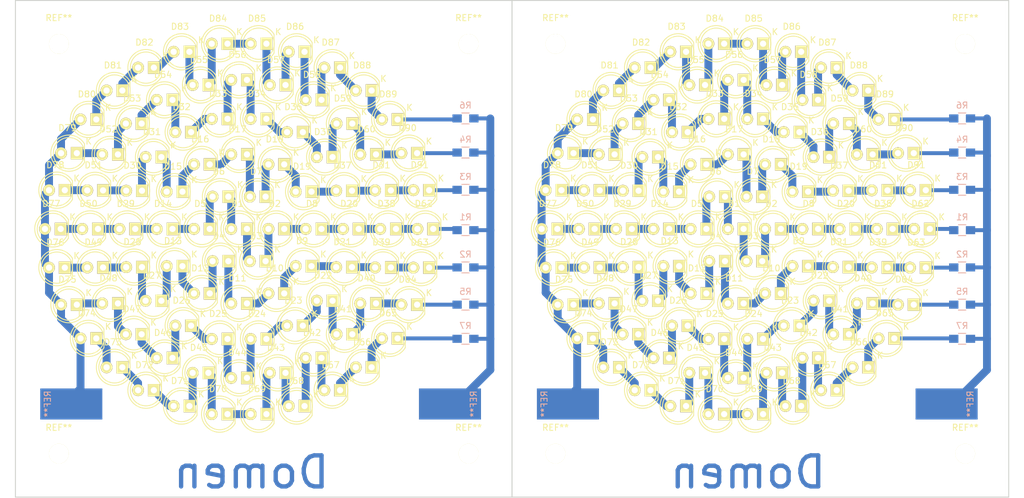
<source format=kicad_pcb>
(kicad_pcb (version 4) (host pcbnew 4.0.2+e4-6225~38~ubuntu15.10.1-stable)
  (layers (0 F.Cu signal) (31 B.Cu signal) (34 B.Paste user) (35 F.Paste user) (36 B.SilkS user) (37 F.SilkS user) (38 B.Mask user) (39 F.Mask user) (44 Edge.Cuts user))
  (net 0 "")
  (net 1 "Net-(D1-Pad1)")
  (net 2 +24V)
  (net 3 "Net-(D2-Pad1)")
  (net 4 "Net-(D10-Pad2)")
  (net 5 "Net-(D10-Pad1)")
  (net 6 "Net-(D12-Pad1)")
  (net 7 "Net-(D14-Pad1)")
  (net 8 "Net-(D15-Pad1)")
  (net 9 "Net-(D16-Pad1)")
  (net 10 "Net-(D17-Pad1)")
  (net 11 "Net-(D18-Pad1)")
  (net 12 "Net-(D19-Pad1)")
  (net 13 "Net-(D20-Pad1)")
  (net 14 "Net-(D21-Pad1)")
  (net 15 "Net-(D22-Pad1)")
  (net 16 "Net-(D25-Pad1)")
  (net 17 "Net-(D30-Pad1)")
  (net 18 "Net-(D32-Pad1)")
  (net 19 "Net-(D33-Pad1)")
  (net 20 "Net-(D34-Pad1)")
  (net 21 "Net-(D35-Pad1)")
  (net 22 "Net-(D36-Pad1)")
  (net 23 "Net-(D37-Pad1)")
  (net 24 "Net-(D38-Pad1)")
  (net 25 "Net-(D39-Pad1)")
  (net 26 "Net-(D40-Pad1)")
  (net 27 "Net-(D42-Pad1)")
  (net 28 "Net-(D43-Pad1)")
  (net 29 "Net-(D45-Pad1)")
  (net 30 "Net-(D52-Pad1)")
  (net 31 "Net-(D53-Pad1)")
  (net 32 "Net-(D55-Pad1)")
  (net 33 "Net-(D57-Pad1)")
  (net 34 "Net-(D58-Pad1)")
  (net 35 "Net-(D59-Pad1)")
  (net 36 "Net-(D60-Pad1)")
  (net 37 "Net-(D61-Pad1)")
  (net 38 "Net-(D62-Pad1)")
  (net 39 "Net-(D63-Pad1)")
  (net 40 "Net-(D64-Pad1)")
  (net 41 "Net-(D65-Pad1)")
  (net 42 "Net-(D80-Pad1)")
  (net 43 "Net-(D81-Pad1)")
  (net 44 "Net-(D82-Pad1)")
  (net 45 "Net-(D84-Pad1)")
  (net 46 "Net-(D87-Pad1)")
  (net 47 "Net-(D88-Pad1)")
  (net 48 "Net-(D89-Pad1)")
  (net 49 "Net-(D90-Pad1)")
  (net 50 "Net-(D91-Pad1)")
  (net 51 GND)
  (net 52 "Net-(D5-Pad1)")
  (net 53 "Net-(D1-Pad2)")
  (net 54 "Net-(D2-Pad2)")
  (net 55 "Net-(D11-Pad2)")
  (net 56 "Net-(D18-Pad2)")
  (net 57 "Net-(D20-Pad2)")
  (net 58 "Net-(D21-Pad2)")
  (net 59 "Net-(D12-Pad2)")
  (net 60 "Net-(D13-Pad2)")
  (net 61 "Net-(D14-Pad2)")
  (net 62 "Net-(D15-Pad2)")
  (net 63 "Net-(D22-Pad2)")
  (net 64 "Net-(D23-Pad2)")
  (net 65 "Net-(D24-Pad2)")
  (net 66 "Net-(D25-Pad2)")
  (net 67 "Net-(D26-Pad2)")
  (net 68 "Net-(D27-Pad2)")
  (net 69 "Net-(D28-Pad2)")
  (net 70 "Net-(D29-Pad2)")
  (net 71 "Net-(D30-Pad2)")
  (net 72 "Net-(D32-Pad2)")
  (net 73 "Net-(D34-Pad2)")
  (net 74 "Net-(D40-Pad2)")
  (net 75 "Net-(D42-Pad2)")
  (net 76 "Net-(D43-Pad2)")
  (net 77 "Net-(D45-Pad2)")
  (net 78 "Net-(D46-Pad2)")
  (net 79 "Net-(D47-Pad2)")
  (net 80 "Net-(D48-Pad2)")
  (net 81 "Net-(D49-Pad2)")
  (net 82 "Net-(D50-Pad2)")
  (net 83 "Net-(D51-Pad2)")
  (net 84 "Net-(D52-Pad2)")
  (net 85 "Net-(D55-Pad2)")
  (net 86 "Net-(D57-Pad2)")
  (net 87 "Net-(D58-Pad2)")
  (net 88 "Net-(D65-Pad2)")
  (net 89 "Net-(D66-Pad2)")
  (net 90 "Net-(D69-Pad2)")
  (net 91 "Net-(D71-Pad2)")
  (net 92 "Net-(D72-Pad2)")
  (net 93 "Net-(D73-Pad2)")
  (module Wire_Pads:SolderWirePad_single_SMD_5x10mm (layer B.Cu) (at 118.2 110.2 270)
    (fp_text reference REF** (at 0 3.81 270) (layer B.SilkS) (effects (justify mirror)))
    (fp_text value SolderWirePad_single_SMD_5x10mm)
    (pad 1 smd rect (at 0 0 270) (size 5 10) (layers B.Cu B.Paste B.Mask) (net 2 +24V))
  )
  (module Wire_Pads:SolderWirePad_single_SMD_5x10mm (layer B.Cu) (at 179.2 110.2 90)
    (fp_text reference REF** (at 0 3.81 90) (layer B.SilkS) (effects (justify mirror)))
    (fp_text value SolderWirePad_single_SMD_5x10mm)
    (pad 1 smd rect (at 0 0 90) (size 5 10) (layers B.Cu B.Paste B.Mask) (net 51 GND))
  )
  (module Mounting_Holes:MountingHole_3.2mm_M3 (layer F.Cu) (at 116.2 52.2)
    (fp_text reference REF** (at 0 -4.2) (layer F.SilkS))
    (fp_text value MountingHole_3.2mm_M3)
    (pad 1 np_thru_hole circle (at 0 0) (size 3.2 3.2) (drill 3.2) (layers *.Cu *.Mask F.SilkS))
  )
  (module Mounting_Holes:MountingHole_3.2mm_M3 (layer F.Cu) (at 116.2 118.2)
    (fp_text reference REF** (at 0 -4.2) (layer F.SilkS))
    (fp_text value MountingHole_3.2mm_M3)
    (pad 1 np_thru_hole circle (at 0 0) (size 3.2 3.2) (drill 3.2) (layers *.Cu *.Mask F.SilkS))
  )
  (module Mounting_Holes:MountingHole_3.2mm_M3 (layer F.Cu) (at 182.2 118.2)
    (fp_text reference REF** (at 0 -4.2) (layer F.SilkS))
    (fp_text value MountingHole_3.2mm_M3)
    (pad 1 np_thru_hole circle (at 0 0) (size 3.2 3.2) (drill 3.2) (layers *.Cu *.Mask F.SilkS))
  )
  (module Mounting_Holes:MountingHole_3.2mm_M3 (layer F.Cu) (at 182.2 52.2)
    (fp_text reference REF** (at 0 -4.2) (layer F.SilkS))
    (fp_text value MountingHole_3.2mm_M3)
    (pad 1 np_thru_hole circle (at 0 0) (size 3.2 3.2) (drill 3.2) (layers *.Cu *.Mask F.SilkS))
  )
  (module Resistors_SMD:R_0805_HandSoldering (layer B.Cu) (at 181.7 99.7 180)
    (fp_text reference R7 (at 0 2.1 180) (layer B.SilkS) (effects (justify mirror)))
    (fp_text value 220R)
    (pad 1 smd rect (at -1.35 0 180) (size 1.5 1.3) (layers B.Cu B.Paste B.Mask) (net 51 GND))
    (pad 2 smd rect (at 1.35 0 180) (size 1.5 1.3) (layers B.Cu B.Paste B.Mask) (net 41 "Net-(D65-Pad1)"))
  )
  (module Resistors_SMD:R_0805_HandSoldering (layer B.Cu) (at 181.7 64.2 180)
    (fp_text reference R6 (at 0 2.1 180) (layer B.SilkS) (effects (justify mirror)))
    (fp_text value 220R)
    (pad 1 smd rect (at -1.35 0 180) (size 1.5 1.3) (layers B.Cu B.Paste B.Mask) (net 51 GND))
    (pad 2 smd rect (at 1.35 0 180) (size 1.5 1.3) (layers B.Cu B.Paste B.Mask) (net 48 "Net-(D89-Pad1)"))
  )
  (module Resistors_SMD:R_0805_HandSoldering (layer B.Cu) (at 181.7 94.2 180)
    (fp_text reference R5 (at 0 2.1 180) (layer B.SilkS) (effects (justify mirror)))
    (fp_text value 220R)
    (pad 1 smd rect (at -1.35 0 180) (size 1.5 1.3) (layers B.Cu B.Paste B.Mask) (net 51 GND))
    (pad 2 smd rect (at 1.35 0 180) (size 1.5 1.3) (layers B.Cu B.Paste B.Mask) (net 40 "Net-(D64-Pad1)"))
  )
  (module Resistors_SMD:R_0805_HandSoldering (layer B.Cu) (at 181.7 69.7 180)
    (fp_text reference R4 (at 0 2.1 180) (layer B.SilkS) (effects (justify mirror)))
    (fp_text value 220R)
    (pad 1 smd rect (at -1.35 0 180) (size 1.5 1.3) (layers B.Cu B.Paste B.Mask) (net 51 GND))
    (pad 2 smd rect (at 1.35 0 180) (size 1.5 1.3) (layers B.Cu B.Paste B.Mask) (net 49 "Net-(D90-Pad1)"))
  )
  (module Resistors_SMD:R_0805_HandSoldering (layer B.Cu) (at 181.7 75.7 180)
    (fp_text reference R3 (at 0 2.1 180) (layer B.SilkS) (effects (justify mirror)))
    (fp_text value 220R)
    (pad 1 smd rect (at -1.35 0 180) (size 1.5 1.3) (layers B.Cu B.Paste B.Mask) (net 51 GND))
    (pad 2 smd rect (at 1.35 0 180) (size 1.5 1.3) (layers B.Cu B.Paste B.Mask) (net 50 "Net-(D91-Pad1)"))
  )
  (module Resistors_SMD:R_0805_HandSoldering (layer B.Cu) (at 181.7 88.2 180)
    (fp_text reference R2 (at 0 2.1 180) (layer B.SilkS) (effects (justify mirror)))
    (fp_text value 220R)
    (pad 1 smd rect (at -1.35 0 180) (size 1.5 1.3) (layers B.Cu B.Paste B.Mask) (net 51 GND))
    (pad 2 smd rect (at 1.35 0 180) (size 1.5 1.3) (layers B.Cu B.Paste B.Mask) (net 39 "Net-(D63-Pad1)"))
  )
  (module Resistors_SMD:R_0805_HandSoldering (layer B.Cu) (at 181.7 82.2 180)
    (fp_text reference R1 (at 0 2.1 180) (layer B.SilkS) (effects (justify mirror)))
    (fp_text value 220R)
    (pad 1 smd rect (at -1.35 0 180) (size 1.5 1.3) (layers B.Cu B.Paste B.Mask) (net 51 GND))
    (pad 2 smd rect (at 1.35 0 180) (size 1.5 1.3) (layers B.Cu B.Paste B.Mask) (net 38 "Net-(D62-Pad1)"))
  )
  (module LEDs:LED-5MM (layer F.Cu) (at 175.844428 75.762649 180)
    (fp_text reference D91 (at 1.524 4.064 180) (layer F.SilkS))
    (fp_text value LED)
    (fp_text user K (at -1.905 1.905 180) (layer F.SilkS))
    (pad 1 thru_hole rect (at 0 0 270) (size 2 1.9) (drill 1.00076) (layers *.Cu *.Mask F.SilkS) (net 50 "Net-(D91-Pad1)"))
    (pad 2 thru_hole circle (at 2.54 0 180) (size 1.9 1.9) (drill 1.00076) (layers *.Cu *.Mask F.SilkS) (net 37 "Net-(D61-Pad1)"))
  )
  (module LEDs:LED-5MM (layer F.Cu) (at 173.906363 69.7979 180)
    (fp_text reference D90 (at 1.524 4.064 180) (layer F.SilkS))
    (fp_text value LED)
    (fp_text user K (at -1.905 1.905 180) (layer F.SilkS))
    (pad 1 thru_hole rect (at 0 0 270) (size 2 1.9) (drill 1.00076) (layers *.Cu *.Mask F.SilkS) (net 49 "Net-(D90-Pad1)"))
    (pad 2 thru_hole circle (at 2.54 0 180) (size 1.9 1.9) (drill 1.00076) (layers *.Cu *.Mask F.SilkS) (net 36 "Net-(D60-Pad1)"))
  )
  (module LEDs:LED-5MM (layer F.Cu) (at 170.770509 64.366442 180)
    (fp_text reference D89 (at 1.524 4.064 180) (layer F.SilkS))
    (fp_text value LED)
    (fp_text user K (at -1.905 1.905 180) (layer F.SilkS))
    (pad 1 thru_hole rect (at 0 0 270) (size 2 1.9) (drill 1.00076) (layers *.Cu *.Mask F.SilkS) (net 48 "Net-(D89-Pad1)"))
    (pad 2 thru_hole circle (at 2.54 0 180) (size 1.9 1.9) (drill 1.00076) (layers *.Cu *.Mask F.SilkS) (net 47 "Net-(D88-Pad1)"))
  )
  (module LEDs:LED-5MM (layer F.Cu) (at 166.573918 59.705655 180)
    (fp_text reference D88 (at 1.524 4.064 180) (layer F.SilkS))
    (fp_text value LED)
    (fp_text user K (at -1.905 1.905 180) (layer F.SilkS))
    (pad 1 thru_hole rect (at 0 0 270) (size 2 1.9) (drill 1.00076) (layers *.Cu *.Mask F.SilkS) (net 47 "Net-(D88-Pad1)"))
    (pad 2 thru_hole circle (at 2.54 0 180) (size 1.9 1.9) (drill 1.00076) (layers *.Cu *.Mask F.SilkS) (net 46 "Net-(D87-Pad1)"))
  )
  (module LEDs:LED-5MM (layer F.Cu) (at 161.5 56.019237 180)
    (fp_text reference D87 (at 1.524 4.064 180) (layer F.SilkS))
    (fp_text value LED)
    (fp_text user K (at -1.905 1.905 180) (layer F.SilkS))
    (pad 1 thru_hole rect (at 0 0 270) (size 2 1.9) (drill 1.00076) (layers *.Cu *.Mask F.SilkS) (net 46 "Net-(D87-Pad1)"))
    (pad 2 thru_hole circle (at 2.54 0 180) (size 1.9 1.9) (drill 1.00076) (layers *.Cu *.Mask F.SilkS) (net 34 "Net-(D58-Pad1)"))
  )
  (module LEDs:LED-5MM (layer F.Cu) (at 155.770509 53.468304 180)
    (fp_text reference D86 (at 1.524 4.064 180) (layer F.SilkS))
    (fp_text value LED)
    (fp_text user K (at -1.905 1.905 180) (layer F.SilkS))
    (pad 1 thru_hole rect (at 0 0 270) (size 2 1.9) (drill 1.00076) (layers *.Cu *.Mask F.SilkS) (net 87 "Net-(D58-Pad2)"))
    (pad 2 thru_hole circle (at 2.54 0 180) (size 1.9 1.9) (drill 1.00076) (layers *.Cu *.Mask F.SilkS) (net 33 "Net-(D57-Pad1)"))
  )
  (module LEDs:LED-5MM (layer F.Cu) (at 149.635853 52.164343 180)
    (fp_text reference D85 (at 1.524 4.064 180) (layer F.SilkS))
    (fp_text value LED)
    (fp_text user K (at -1.905 1.905 180) (layer F.SilkS))
    (pad 1 thru_hole rect (at 0 0 270) (size 2 1.9) (drill 1.00076) (layers *.Cu *.Mask F.SilkS) (net 86 "Net-(D57-Pad2)"))
    (pad 2 thru_hole circle (at 2.54 0 180) (size 1.9 1.9) (drill 1.00076) (layers *.Cu *.Mask F.SilkS) (net 45 "Net-(D84-Pad1)"))
  )
  (module LEDs:LED-5MM (layer F.Cu) (at 143.364146 52.164343 180)
    (fp_text reference D84 (at 1.524 4.064 180) (layer F.SilkS))
    (fp_text value LED)
    (fp_text user K (at -1.905 1.905 180) (layer F.SilkS))
    (pad 1 thru_hole rect (at 0 0 270) (size 2 1.9) (drill 1.00076) (layers *.Cu *.Mask F.SilkS) (net 45 "Net-(D84-Pad1)"))
    (pad 2 thru_hole circle (at 2.54 0 180) (size 1.9 1.9) (drill 1.00076) (layers *.Cu *.Mask F.SilkS) (net 32 "Net-(D55-Pad1)"))
  )
  (module LEDs:LED-5MM (layer F.Cu) (at 137.22949 53.468304 180)
    (fp_text reference D83 (at 1.524 4.064 180) (layer F.SilkS))
    (fp_text value LED)
    (fp_text user K (at -1.905 1.905 180) (layer F.SilkS))
    (pad 1 thru_hole rect (at 0 0 270) (size 2 1.9) (drill 1.00076) (layers *.Cu *.Mask F.SilkS) (net 85 "Net-(D55-Pad2)"))
    (pad 2 thru_hole circle (at 2.54 0 180) (size 1.9 1.9) (drill 1.00076) (layers *.Cu *.Mask F.SilkS) (net 44 "Net-(D82-Pad1)"))
  )
  (module LEDs:LED-5MM (layer F.Cu) (at 131.5 56.019237 180)
    (fp_text reference D82 (at 1.524 4.064 180) (layer F.SilkS))
    (fp_text value LED)
    (fp_text user K (at -1.905 1.905 180) (layer F.SilkS))
    (pad 1 thru_hole rect (at 0 0 270) (size 2 1.9) (drill 1.00076) (layers *.Cu *.Mask F.SilkS) (net 44 "Net-(D82-Pad1)"))
    (pad 2 thru_hole circle (at 2.54 0 180) (size 1.9 1.9) (drill 1.00076) (layers *.Cu *.Mask F.SilkS) (net 43 "Net-(D81-Pad1)"))
  )
  (module LEDs:LED-5MM (layer F.Cu) (at 126.426081 59.705655 180)
    (fp_text reference D81 (at 1.524 4.064 180) (layer F.SilkS))
    (fp_text value LED)
    (fp_text user K (at -1.905 1.905 180) (layer F.SilkS))
    (pad 1 thru_hole rect (at 0 0 270) (size 2 1.9) (drill 1.00076) (layers *.Cu *.Mask F.SilkS) (net 43 "Net-(D81-Pad1)"))
    (pad 2 thru_hole circle (at 2.54 0 180) (size 1.9 1.9) (drill 1.00076) (layers *.Cu *.Mask F.SilkS) (net 42 "Net-(D80-Pad1)"))
  )
  (module LEDs:LED-5MM (layer F.Cu) (at 122.22949 64.366442 180)
    (fp_text reference D80 (at 1.524 4.064 180) (layer F.SilkS))
    (fp_text value LED)
    (fp_text user K (at -1.905 1.905 180) (layer F.SilkS))
    (pad 1 thru_hole rect (at 0 0 270) (size 2 1.9) (drill 1.00076) (layers *.Cu *.Mask F.SilkS) (net 42 "Net-(D80-Pad1)"))
    (pad 2 thru_hole circle (at 2.54 0 180) (size 1.9 1.9) (drill 1.00076) (layers *.Cu *.Mask F.SilkS) (net 2 +24V))
  )
  (module LEDs:LED-5MM (layer F.Cu) (at 119.093636 69.7979 180)
    (fp_text reference D79 (at 1.524 4.064 180) (layer F.SilkS))
    (fp_text value LED)
    (fp_text user K (at -1.905 1.905 180) (layer F.SilkS))
    (pad 1 thru_hole rect (at 0 0 270) (size 2 1.9) (drill 1.00076) (layers *.Cu *.Mask F.SilkS) (net 84 "Net-(D52-Pad2)"))
    (pad 2 thru_hole circle (at 2.54 0 180) (size 1.9 1.9) (drill 1.00076) (layers *.Cu *.Mask F.SilkS) (net 2 +24V))
  )
  (module LEDs:LED-5MM (layer F.Cu) (at 117.155571 75.762649 180)
    (fp_text reference D78 (at 1.524 4.064 180) (layer F.SilkS))
    (fp_text value LED)
    (fp_text user K (at -1.905 1.905 180) (layer F.SilkS))
    (pad 1 thru_hole rect (at 0 0 270) (size 2 1.9) (drill 1.00076) (layers *.Cu *.Mask F.SilkS) (net 83 "Net-(D51-Pad2)"))
    (pad 2 thru_hole circle (at 2.54 0 180) (size 1.9 1.9) (drill 1.00076) (layers *.Cu *.Mask F.SilkS) (net 2 +24V))
  )
  (module LEDs:LED-5MM (layer F.Cu) (at 116.5 82 180)
    (fp_text reference D77 (at 1.524 4.064 180) (layer F.SilkS))
    (fp_text value LED)
    (fp_text user K (at -1.905 1.905 180) (layer F.SilkS))
    (pad 1 thru_hole rect (at 0 0 270) (size 2 1.9) (drill 1.00076) (layers *.Cu *.Mask F.SilkS) (net 82 "Net-(D50-Pad2)"))
    (pad 2 thru_hole circle (at 2.54 0 180) (size 1.9 1.9) (drill 1.00076) (layers *.Cu *.Mask F.SilkS) (net 2 +24V))
  )
  (module LEDs:LED-5MM (layer F.Cu) (at 117.155571 88.23735 180)
    (fp_text reference D76 (at 1.524 4.064 180) (layer F.SilkS))
    (fp_text value LED)
    (fp_text user K (at -1.905 1.905 180) (layer F.SilkS))
    (pad 1 thru_hole rect (at 0 0 270) (size 2 1.9) (drill 1.00076) (layers *.Cu *.Mask F.SilkS) (net 81 "Net-(D49-Pad2)"))
    (pad 2 thru_hole circle (at 2.54 0 180) (size 1.9 1.9) (drill 1.00076) (layers *.Cu *.Mask F.SilkS) (net 2 +24V))
  )
  (module LEDs:LED-5MM (layer F.Cu) (at 119.093636 94.202099 180)
    (fp_text reference D75 (at 1.524 4.064 180) (layer F.SilkS))
    (fp_text value LED)
    (fp_text user K (at -1.905 1.905 180) (layer F.SilkS))
    (pad 1 thru_hole rect (at 0 0 270) (size 2 1.9) (drill 1.00076) (layers *.Cu *.Mask F.SilkS) (net 80 "Net-(D48-Pad2)"))
    (pad 2 thru_hole circle (at 2.54 0 180) (size 1.9 1.9) (drill 1.00076) (layers *.Cu *.Mask F.SilkS) (net 2 +24V))
  )
  (module LEDs:LED-5MM (layer F.Cu) (at 122.22949 99.633557 180)
    (fp_text reference D74 (at 1.524 4.064 180) (layer F.SilkS))
    (fp_text value LED)
    (fp_text user K (at -1.905 1.905 180) (layer F.SilkS))
    (pad 1 thru_hole rect (at 0 0 270) (size 2 1.9) (drill 1.00076) (layers *.Cu *.Mask F.SilkS) (net 93 "Net-(D73-Pad2)"))
    (pad 2 thru_hole circle (at 2.54 0 180) (size 1.9 1.9) (drill 1.00076) (layers *.Cu *.Mask F.SilkS) (net 2 +24V))
  )
  (module LEDs:LED-5MM (layer F.Cu) (at 126.426081 104.294344 180)
    (fp_text reference D73 (at 1.524 4.064 180) (layer F.SilkS))
    (fp_text value LED)
    (fp_text user K (at -1.905 1.905 180) (layer F.SilkS))
    (pad 1 thru_hole rect (at 0 0 270) (size 2 1.9) (drill 1.00076) (layers *.Cu *.Mask F.SilkS) (net 92 "Net-(D72-Pad2)"))
    (pad 2 thru_hole circle (at 2.54 0 180) (size 1.9 1.9) (drill 1.00076) (layers *.Cu *.Mask F.SilkS) (net 93 "Net-(D73-Pad2)"))
  )
  (module LEDs:LED-5MM (layer F.Cu) (at 131.5 107.980762 180)
    (fp_text reference D72 (at 1.524 4.064 180) (layer F.SilkS))
    (fp_text value LED)
    (fp_text user K (at -1.905 1.905 180) (layer F.SilkS))
    (pad 1 thru_hole rect (at 0 0 270) (size 2 1.9) (drill 1.00076) (layers *.Cu *.Mask F.SilkS) (net 91 "Net-(D71-Pad2)"))
    (pad 2 thru_hole circle (at 2.54 0 180) (size 1.9 1.9) (drill 1.00076) (layers *.Cu *.Mask F.SilkS) (net 92 "Net-(D72-Pad2)"))
  )
  (module LEDs:LED-5MM (layer F.Cu) (at 137.22949 110.531695 180)
    (fp_text reference D71 (at 1.524 4.064 180) (layer F.SilkS))
    (fp_text value LED)
    (fp_text user K (at -1.905 1.905 180) (layer F.SilkS))
    (pad 1 thru_hole rect (at 0 0 270) (size 2 1.9) (drill 1.00076) (layers *.Cu *.Mask F.SilkS) (net 77 "Net-(D45-Pad2)"))
    (pad 2 thru_hole circle (at 2.54 0 180) (size 1.9 1.9) (drill 1.00076) (layers *.Cu *.Mask F.SilkS) (net 91 "Net-(D71-Pad2)"))
  )
  (module LEDs:LED-5MM (layer F.Cu) (at 143.364146 111.835656 180)
    (fp_text reference D70 (at 1.524 4.064 180) (layer F.SilkS))
    (fp_text value LED)
    (fp_text user K (at -1.905 1.905 180) (layer F.SilkS))
    (pad 1 thru_hole rect (at 0 0 270) (size 2 1.9) (drill 1.00076) (layers *.Cu *.Mask F.SilkS) (net 90 "Net-(D69-Pad2)"))
    (pad 2 thru_hole circle (at 2.54 0 180) (size 1.9 1.9) (drill 1.00076) (layers *.Cu *.Mask F.SilkS) (net 29 "Net-(D45-Pad1)"))
  )
  (module LEDs:LED-5MM (layer F.Cu) (at 149.635853 111.835656 180)
    (fp_text reference D69 (at 1.524 4.064 180) (layer F.SilkS))
    (fp_text value LED)
    (fp_text user K (at -1.905 1.905 180) (layer F.SilkS))
    (pad 1 thru_hole rect (at 0 0 270) (size 2 1.9) (drill 1.00076) (layers *.Cu *.Mask F.SilkS) (net 76 "Net-(D43-Pad2)"))
    (pad 2 thru_hole circle (at 2.54 0 180) (size 1.9 1.9) (drill 1.00076) (layers *.Cu *.Mask F.SilkS) (net 90 "Net-(D69-Pad2)"))
  )
  (module LEDs:LED-5MM (layer F.Cu) (at 155.770509 110.531695 180)
    (fp_text reference D68 (at 1.524 4.064 180) (layer F.SilkS))
    (fp_text value LED)
    (fp_text user K (at -1.905 1.905 180) (layer F.SilkS))
    (pad 1 thru_hole rect (at 0 0 270) (size 2 1.9) (drill 1.00076) (layers *.Cu *.Mask F.SilkS) (net 75 "Net-(D42-Pad2)"))
    (pad 2 thru_hole circle (at 2.54 0 180) (size 1.9 1.9) (drill 1.00076) (layers *.Cu *.Mask F.SilkS) (net 28 "Net-(D43-Pad1)"))
  )
  (module LEDs:LED-5MM (layer F.Cu) (at 161.5 107.980762 180)
    (fp_text reference D67 (at 1.524 4.064 180) (layer F.SilkS))
    (fp_text value LED)
    (fp_text user K (at -1.905 1.905 180) (layer F.SilkS))
    (pad 1 thru_hole rect (at 0 0 270) (size 2 1.9) (drill 1.00076) (layers *.Cu *.Mask F.SilkS) (net 89 "Net-(D66-Pad2)"))
    (pad 2 thru_hole circle (at 2.54 0 180) (size 1.9 1.9) (drill 1.00076) (layers *.Cu *.Mask F.SilkS) (net 27 "Net-(D42-Pad1)"))
  )
  (module LEDs:LED-5MM (layer F.Cu) (at 166.573918 104.294344 180)
    (fp_text reference D66 (at 1.524 4.064 180) (layer F.SilkS))
    (fp_text value LED)
    (fp_text user K (at -1.905 1.905 180) (layer F.SilkS))
    (pad 1 thru_hole rect (at 0 0 270) (size 2 1.9) (drill 1.00076) (layers *.Cu *.Mask F.SilkS) (net 88 "Net-(D65-Pad2)"))
    (pad 2 thru_hole circle (at 2.54 0 180) (size 1.9 1.9) (drill 1.00076) (layers *.Cu *.Mask F.SilkS) (net 89 "Net-(D66-Pad2)"))
  )
  (module LEDs:LED-5MM (layer F.Cu) (at 170.770509 99.633557 180)
    (fp_text reference D65 (at 1.524 4.064 180) (layer F.SilkS))
    (fp_text value LED)
    (fp_text user K (at -1.905 1.905 180) (layer F.SilkS))
    (pad 1 thru_hole rect (at 0 0 270) (size 2 1.9) (drill 1.00076) (layers *.Cu *.Mask F.SilkS) (net 41 "Net-(D65-Pad1)"))
    (pad 2 thru_hole circle (at 2.54 0 180) (size 1.9 1.9) (drill 1.00076) (layers *.Cu *.Mask F.SilkS) (net 88 "Net-(D65-Pad2)"))
  )
  (module LEDs:LED-5MM (layer F.Cu) (at 173.906363 94.202099 180)
    (fp_text reference D64 (at 1.524 4.064 180) (layer F.SilkS))
    (fp_text value LED)
    (fp_text user K (at -1.905 1.905 180) (layer F.SilkS))
    (pad 1 thru_hole rect (at 0 0 270) (size 2 1.9) (drill 1.00076) (layers *.Cu *.Mask F.SilkS) (net 40 "Net-(D64-Pad1)"))
    (pad 2 thru_hole circle (at 2.54 0 180) (size 1.9 1.9) (drill 1.00076) (layers *.Cu *.Mask F.SilkS) (net 26 "Net-(D40-Pad1)"))
  )
  (module LEDs:LED-5MM (layer F.Cu) (at 175.844428 88.23735 180)
    (fp_text reference D63 (at 1.524 4.064 180) (layer F.SilkS))
    (fp_text value LED)
    (fp_text user K (at -1.905 1.905 180) (layer F.SilkS))
    (pad 1 thru_hole rect (at 0 0 270) (size 2 1.9) (drill 1.00076) (layers *.Cu *.Mask F.SilkS) (net 39 "Net-(D63-Pad1)"))
    (pad 2 thru_hole circle (at 2.54 0 180) (size 1.9 1.9) (drill 1.00076) (layers *.Cu *.Mask F.SilkS) (net 25 "Net-(D39-Pad1)"))
  )
  (module LEDs:LED-5MM (layer F.Cu) (at 176.5 82 180)
    (fp_text reference D62 (at 1.524 4.064 180) (layer F.SilkS))
    (fp_text value LED)
    (fp_text user K (at -1.905 1.905 180) (layer F.SilkS))
    (pad 1 thru_hole rect (at 0 0 270) (size 2 1.9) (drill 1.00076) (layers *.Cu *.Mask F.SilkS) (net 38 "Net-(D62-Pad1)"))
    (pad 2 thru_hole circle (at 2.54 0 180) (size 1.9 1.9) (drill 1.00076) (layers *.Cu *.Mask F.SilkS) (net 24 "Net-(D38-Pad1)"))
  )
  (module LEDs:LED-5MM (layer F.Cu) (at 169.682219 75.788342 180)
    (fp_text reference D61 (at 1.524 4.064 180) (layer F.SilkS))
    (fp_text value LED)
    (fp_text user K (at -1.905 1.905 180) (layer F.SilkS))
    (pad 1 thru_hole rect (at 0 0 270) (size 2 1.9) (drill 1.00076) (layers *.Cu *.Mask F.SilkS) (net 37 "Net-(D61-Pad1)"))
    (pad 2 thru_hole circle (at 2.54 0 180) (size 1.9 1.9) (drill 1.00076) (layers *.Cu *.Mask F.SilkS) (net 23 "Net-(D37-Pad1)"))
  )
  (module LEDs:LED-5MM (layer F.Cu) (at 167.284609 69.999999 180)
    (fp_text reference D60 (at 1.524 4.064 180) (layer F.SilkS))
    (fp_text value LED)
    (fp_text user K (at -1.905 1.905 180) (layer F.SilkS))
    (pad 1 thru_hole rect (at 0 0 270) (size 2 1.9) (drill 1.00076) (layers *.Cu *.Mask F.SilkS) (net 36 "Net-(D60-Pad1)"))
    (pad 2 thru_hole circle (at 2.54 0 180) (size 1.9 1.9) (drill 1.00076) (layers *.Cu *.Mask F.SilkS) (net 35 "Net-(D59-Pad1)"))
  )
  (module LEDs:LED-5MM (layer F.Cu) (at 163.470562 65.029437 180)
    (fp_text reference D59 (at 1.524 4.064 180) (layer F.SilkS))
    (fp_text value LED)
    (fp_text user K (at -1.905 1.905 180) (layer F.SilkS))
    (pad 1 thru_hole rect (at 0 0 270) (size 2 1.9) (drill 1.00076) (layers *.Cu *.Mask F.SilkS) (net 35 "Net-(D59-Pad1)"))
    (pad 2 thru_hole circle (at 2.54 0 180) (size 1.9 1.9) (drill 1.00076) (layers *.Cu *.Mask F.SilkS) (net 22 "Net-(D36-Pad1)"))
  )
  (module LEDs:LED-5MM (layer F.Cu) (at 158.5 61.21539 180)
    (fp_text reference D58 (at 1.524 4.064 180) (layer F.SilkS))
    (fp_text value LED)
    (fp_text user K (at -1.905 1.905 180) (layer F.SilkS))
    (pad 1 thru_hole rect (at 0 0 270) (size 2 1.9) (drill 1.00076) (layers *.Cu *.Mask F.SilkS) (net 34 "Net-(D58-Pad1)"))
    (pad 2 thru_hole circle (at 2.54 0 180) (size 1.9 1.9) (drill 1.00076) (layers *.Cu *.Mask F.SilkS) (net 87 "Net-(D58-Pad2)"))
  )
  (module LEDs:LED-5MM (layer F.Cu) (at 152.711657 58.81778 180)
    (fp_text reference D57 (at 1.524 4.064 180) (layer F.SilkS))
    (fp_text value LED)
    (fp_text user K (at -1.905 1.905 180) (layer F.SilkS))
    (pad 1 thru_hole rect (at 0 0 270) (size 2 1.9) (drill 1.00076) (layers *.Cu *.Mask F.SilkS) (net 33 "Net-(D57-Pad1)"))
    (pad 2 thru_hole circle (at 2.54 0 180) (size 1.9 1.9) (drill 1.00076) (layers *.Cu *.Mask F.SilkS) (net 86 "Net-(D57-Pad2)"))
  )
  (module LEDs:LED-5MM (layer F.Cu) (at 146.5 58 180)
    (fp_text reference D56 (at 1.524 4.064 180) (layer F.SilkS))
    (fp_text value LED)
    (fp_text user K (at -1.905 1.905 180) (layer F.SilkS))
    (pad 1 thru_hole rect (at 0 0 270) (size 2 1.9) (drill 1.00076) (layers *.Cu *.Mask F.SilkS) (net 73 "Net-(D34-Pad2)"))
    (pad 2 thru_hole circle (at 2.54 0 180) (size 1.9 1.9) (drill 1.00076) (layers *.Cu *.Mask F.SilkS) (net 19 "Net-(D33-Pad1)"))
  )
  (module LEDs:LED-5MM (layer F.Cu) (at 140.288342 58.81778 180)
    (fp_text reference D55 (at 1.524 4.064 180) (layer F.SilkS))
    (fp_text value LED)
    (fp_text user K (at -1.905 1.905 180) (layer F.SilkS))
    (pad 1 thru_hole rect (at 0 0 270) (size 2 1.9) (drill 1.00076) (layers *.Cu *.Mask F.SilkS) (net 32 "Net-(D55-Pad1)"))
    (pad 2 thru_hole circle (at 2.54 0 180) (size 1.9 1.9) (drill 1.00076) (layers *.Cu *.Mask F.SilkS) (net 85 "Net-(D55-Pad2)"))
  )
  (module LEDs:LED-5MM (layer F.Cu) (at 134.5 61.21539 180)
    (fp_text reference D54 (at 1.524 4.064 180) (layer F.SilkS))
    (fp_text value LED)
    (fp_text user K (at -1.905 1.905 180) (layer F.SilkS))
    (pad 1 thru_hole rect (at 0 0 270) (size 2 1.9) (drill 1.00076) (layers *.Cu *.Mask F.SilkS) (net 72 "Net-(D32-Pad2)"))
    (pad 2 thru_hole circle (at 2.54 0 180) (size 1.9 1.9) (drill 1.00076) (layers *.Cu *.Mask F.SilkS) (net 31 "Net-(D53-Pad1)"))
  )
  (module LEDs:LED-5MM (layer F.Cu) (at 129.529437 65.029437 180)
    (fp_text reference D53 (at 1.524 4.064 180) (layer F.SilkS))
    (fp_text value LED)
    (fp_text user K (at -1.905 1.905 180) (layer F.SilkS))
    (pad 1 thru_hole rect (at 0 0 270) (size 2 1.9) (drill 1.00076) (layers *.Cu *.Mask F.SilkS) (net 31 "Net-(D53-Pad1)"))
    (pad 2 thru_hole circle (at 2.54 0 180) (size 1.9 1.9) (drill 1.00076) (layers *.Cu *.Mask F.SilkS) (net 30 "Net-(D52-Pad1)"))
  )
  (module LEDs:LED-5MM (layer F.Cu) (at 125.71539 70 180)
    (fp_text reference D52 (at 1.524 4.064 180) (layer F.SilkS))
    (fp_text value LED)
    (fp_text user K (at -1.905 1.905 180) (layer F.SilkS))
    (pad 1 thru_hole rect (at 0 0 270) (size 2 1.9) (drill 1.00076) (layers *.Cu *.Mask F.SilkS) (net 30 "Net-(D52-Pad1)"))
    (pad 2 thru_hole circle (at 2.54 0 180) (size 1.9 1.9) (drill 1.00076) (layers *.Cu *.Mask F.SilkS) (net 84 "Net-(D52-Pad2)"))
  )
  (module LEDs:LED-5MM (layer F.Cu) (at 123.31778 75.788342 180)
    (fp_text reference D51 (at 1.524 4.064 180) (layer F.SilkS))
    (fp_text value LED)
    (fp_text user K (at -1.905 1.905 180) (layer F.SilkS))
    (pad 1 thru_hole rect (at 0 0 270) (size 2 1.9) (drill 1.00076) (layers *.Cu *.Mask F.SilkS) (net 71 "Net-(D30-Pad2)"))
    (pad 2 thru_hole circle (at 2.54 0 180) (size 1.9 1.9) (drill 1.00076) (layers *.Cu *.Mask F.SilkS) (net 83 "Net-(D51-Pad2)"))
  )
  (module LEDs:LED-5MM (layer F.Cu) (at 122.5 82 180)
    (fp_text reference D50 (at 1.524 4.064 180) (layer F.SilkS))
    (fp_text value LED)
    (fp_text user K (at -1.905 1.905 180) (layer F.SilkS))
    (pad 1 thru_hole rect (at 0 0 270) (size 2 1.9) (drill 1.00076) (layers *.Cu *.Mask F.SilkS) (net 70 "Net-(D29-Pad2)"))
    (pad 2 thru_hole circle (at 2.54 0 180) (size 1.9 1.9) (drill 1.00076) (layers *.Cu *.Mask F.SilkS) (net 82 "Net-(D50-Pad2)"))
  )
  (module LEDs:LED-5MM (layer F.Cu) (at 123.31778 88.211657 180)
    (fp_text reference D49 (at 1.524 4.064 180) (layer F.SilkS))
    (fp_text value LED)
    (fp_text user K (at -1.905 1.905 180) (layer F.SilkS))
    (pad 1 thru_hole rect (at 0 0 270) (size 2 1.9) (drill 1.00076) (layers *.Cu *.Mask F.SilkS) (net 69 "Net-(D28-Pad2)"))
    (pad 2 thru_hole circle (at 2.54 0 180) (size 1.9 1.9) (drill 1.00076) (layers *.Cu *.Mask F.SilkS) (net 81 "Net-(D49-Pad2)"))
  )
  (module LEDs:LED-5MM (layer F.Cu) (at 125.71539 94 180)
    (fp_text reference D48 (at 1.524 4.064 180) (layer F.SilkS))
    (fp_text value LED)
    (fp_text user K (at -1.905 1.905 180) (layer F.SilkS))
    (pad 1 thru_hole rect (at 0 0 270) (size 2 1.9) (drill 1.00076) (layers *.Cu *.Mask F.SilkS) (net 79 "Net-(D47-Pad2)"))
    (pad 2 thru_hole circle (at 2.54 0 180) (size 1.9 1.9) (drill 1.00076) (layers *.Cu *.Mask F.SilkS) (net 80 "Net-(D48-Pad2)"))
  )
  (module LEDs:LED-5MM (layer F.Cu) (at 129.529437 98.970562 180)
    (fp_text reference D47 (at 1.524 4.064 180) (layer F.SilkS))
    (fp_text value LED)
    (fp_text user K (at -1.905 1.905 180) (layer F.SilkS))
    (pad 1 thru_hole rect (at 0 0 270) (size 2 1.9) (drill 1.00076) (layers *.Cu *.Mask F.SilkS) (net 78 "Net-(D46-Pad2)"))
    (pad 2 thru_hole circle (at 2.54 0 180) (size 1.9 1.9) (drill 1.00076) (layers *.Cu *.Mask F.SilkS) (net 79 "Net-(D47-Pad2)"))
  )
  (module LEDs:LED-5MM (layer F.Cu) (at 134.5 102.784609 180)
    (fp_text reference D46 (at 1.524 4.064 180) (layer F.SilkS))
    (fp_text value LED)
    (fp_text user K (at -1.905 1.905 180) (layer F.SilkS))
    (pad 1 thru_hole rect (at 0 0 270) (size 2 1.9) (drill 1.00076) (layers *.Cu *.Mask F.SilkS) (net 67 "Net-(D26-Pad2)"))
    (pad 2 thru_hole circle (at 2.54 0 180) (size 1.9 1.9) (drill 1.00076) (layers *.Cu *.Mask F.SilkS) (net 78 "Net-(D46-Pad2)"))
  )
  (module LEDs:LED-5MM (layer F.Cu) (at 140.288342 105.182219 180)
    (fp_text reference D45 (at 1.524 4.064 180) (layer F.SilkS))
    (fp_text value LED)
    (fp_text user K (at -1.905 1.905 180) (layer F.SilkS))
    (pad 1 thru_hole rect (at 0 0 270) (size 2 1.9) (drill 1.00076) (layers *.Cu *.Mask F.SilkS) (net 29 "Net-(D45-Pad1)"))
    (pad 2 thru_hole circle (at 2.54 0 180) (size 1.9 1.9) (drill 1.00076) (layers *.Cu *.Mask F.SilkS) (net 77 "Net-(D45-Pad2)"))
  )
  (module LEDs:LED-5MM (layer F.Cu) (at 146.5 106 180)
    (fp_text reference D44 (at 1.524 4.064 180) (layer F.SilkS))
    (fp_text value LED)
    (fp_text user K (at -1.905 1.905 180) (layer F.SilkS))
    (pad 1 thru_hole rect (at 0 0 270) (size 2 1.9) (drill 1.00076) (layers *.Cu *.Mask F.SilkS) (net 65 "Net-(D24-Pad2)"))
    (pad 2 thru_hole circle (at 2.54 0 180) (size 1.9 1.9) (drill 1.00076) (layers *.Cu *.Mask F.SilkS) (net 16 "Net-(D25-Pad1)"))
  )
  (module LEDs:LED-5MM (layer F.Cu) (at 152.711657 105.182219 180)
    (fp_text reference D43 (at 1.524 4.064 180) (layer F.SilkS))
    (fp_text value LED)
    (fp_text user K (at -1.905 1.905 180) (layer F.SilkS))
    (pad 1 thru_hole rect (at 0 0 270) (size 2 1.9) (drill 1.00076) (layers *.Cu *.Mask F.SilkS) (net 28 "Net-(D43-Pad1)"))
    (pad 2 thru_hole circle (at 2.54 0 180) (size 1.9 1.9) (drill 1.00076) (layers *.Cu *.Mask F.SilkS) (net 76 "Net-(D43-Pad2)"))
  )
  (module LEDs:LED-5MM (layer F.Cu) (at 158.5 102.784609 180)
    (fp_text reference D42 (at 1.524 4.064 180) (layer F.SilkS))
    (fp_text value LED)
    (fp_text user K (at -1.905 1.905 180) (layer F.SilkS))
    (pad 1 thru_hole rect (at 0 0 270) (size 2 1.9) (drill 1.00076) (layers *.Cu *.Mask F.SilkS) (net 27 "Net-(D42-Pad1)"))
    (pad 2 thru_hole circle (at 2.54 0 180) (size 1.9 1.9) (drill 1.00076) (layers *.Cu *.Mask F.SilkS) (net 75 "Net-(D42-Pad2)"))
  )
  (module LEDs:LED-5MM (layer F.Cu) (at 163.470562 98.970562 180)
    (fp_text reference D41 (at 1.524 4.064 180) (layer F.SilkS))
    (fp_text value LED)
    (fp_text user K (at -1.905 1.905 180) (layer F.SilkS))
    (pad 1 thru_hole rect (at 0 0 270) (size 2 1.9) (drill 1.00076) (layers *.Cu *.Mask F.SilkS) (net 74 "Net-(D40-Pad2)"))
    (pad 2 thru_hole circle (at 2.54 0 180) (size 1.9 1.9) (drill 1.00076) (layers *.Cu *.Mask F.SilkS) (net 15 "Net-(D22-Pad1)"))
  )
  (module LEDs:LED-5MM (layer F.Cu) (at 167.284609 94 180)
    (fp_text reference D40 (at 1.524 4.064 180) (layer F.SilkS))
    (fp_text value LED)
    (fp_text user K (at -1.905 1.905 180) (layer F.SilkS))
    (pad 1 thru_hole rect (at 0 0 270) (size 2 1.9) (drill 1.00076) (layers *.Cu *.Mask F.SilkS) (net 26 "Net-(D40-Pad1)"))
    (pad 2 thru_hole circle (at 2.54 0 180) (size 1.9 1.9) (drill 1.00076) (layers *.Cu *.Mask F.SilkS) (net 74 "Net-(D40-Pad2)"))
  )
  (module LEDs:LED-5MM (layer F.Cu) (at 169.682219 88.211657 180)
    (fp_text reference D39 (at 1.524 4.064 180) (layer F.SilkS))
    (fp_text value LED)
    (fp_text user K (at -1.905 1.905 180) (layer F.SilkS))
    (pad 1 thru_hole rect (at 0 0 270) (size 2 1.9) (drill 1.00076) (layers *.Cu *.Mask F.SilkS) (net 25 "Net-(D39-Pad1)"))
    (pad 2 thru_hole circle (at 2.54 0 180) (size 1.9 1.9) (drill 1.00076) (layers *.Cu *.Mask F.SilkS) (net 14 "Net-(D21-Pad1)"))
  )
  (module LEDs:LED-5MM (layer F.Cu) (at 170.5 82 180)
    (fp_text reference D38 (at 1.524 4.064 180) (layer F.SilkS))
    (fp_text value LED)
    (fp_text user K (at -1.905 1.905 180) (layer F.SilkS))
    (pad 1 thru_hole rect (at 0 0 270) (size 2 1.9) (drill 1.00076) (layers *.Cu *.Mask F.SilkS) (net 24 "Net-(D38-Pad1)"))
    (pad 2 thru_hole circle (at 2.54 0 180) (size 1.9 1.9) (drill 1.00076) (layers *.Cu *.Mask F.SilkS) (net 13 "Net-(D20-Pad1)"))
  )
  (module LEDs:LED-5MM (layer F.Cu) (at 163.414467 75.843637 180)
    (fp_text reference D37 (at 1.524 4.064 180) (layer F.SilkS))
    (fp_text value LED)
    (fp_text user K (at -1.905 1.905 180) (layer F.SilkS))
    (pad 1 thru_hole rect (at 0 0 270) (size 2 1.9) (drill 1.00076) (layers *.Cu *.Mask F.SilkS) (net 23 "Net-(D37-Pad1)"))
    (pad 2 thru_hole circle (at 2.54 0 180) (size 1.9 1.9) (drill 1.00076) (layers *.Cu *.Mask F.SilkS) (net 12 "Net-(D19-Pad1)"))
  )
  (module LEDs:LED-5MM (layer F.Cu) (at 160.288799 70.429823 180)
    (fp_text reference D36 (at 1.524 4.064 180) (layer F.SilkS))
    (fp_text value LED)
    (fp_text user K (at -1.905 1.905 180) (layer F.SilkS))
    (pad 1 thru_hole rect (at 0 0 270) (size 2 1.9) (drill 1.00076) (layers *.Cu *.Mask F.SilkS) (net 22 "Net-(D36-Pad1)"))
    (pad 2 thru_hole circle (at 2.54 0 180) (size 1.9 1.9) (drill 1.00076) (layers *.Cu *.Mask F.SilkS) (net 21 "Net-(D35-Pad1)"))
  )
  (module LEDs:LED-5MM (layer F.Cu) (at 155.5 66.411542 180)
    (fp_text reference D35 (at 1.524 4.064 180) (layer F.SilkS))
    (fp_text value LED)
    (fp_text user K (at -1.905 1.905 180) (layer F.SilkS))
    (pad 1 thru_hole rect (at 0 0 270) (size 2 1.9) (drill 1.00076) (layers *.Cu *.Mask F.SilkS) (net 21 "Net-(D35-Pad1)"))
    (pad 2 thru_hole circle (at 2.54 0 180) (size 1.9 1.9) (drill 1.00076) (layers *.Cu *.Mask F.SilkS) (net 20 "Net-(D34-Pad1)"))
  )
  (module LEDs:LED-5MM (layer F.Cu) (at 149.625667 64.27346 180)
    (fp_text reference D34 (at 1.524 4.064 180) (layer F.SilkS))
    (fp_text value LED)
    (fp_text user K (at -1.905 1.905 180) (layer F.SilkS))
    (pad 1 thru_hole rect (at 0 0 270) (size 2 1.9) (drill 1.00076) (layers *.Cu *.Mask F.SilkS) (net 20 "Net-(D34-Pad1)"))
    (pad 2 thru_hole circle (at 2.54 0 180) (size 1.9 1.9) (drill 1.00076) (layers *.Cu *.Mask F.SilkS) (net 73 "Net-(D34-Pad2)"))
  )
  (module LEDs:LED-5MM (layer F.Cu) (at 143.374332 64.27346 180)
    (fp_text reference D33 (at 1.524 4.064 180) (layer F.SilkS))
    (fp_text value LED)
    (fp_text user K (at -1.905 1.905 180) (layer F.SilkS))
    (pad 1 thru_hole rect (at 0 0 270) (size 2 1.9) (drill 1.00076) (layers *.Cu *.Mask F.SilkS) (net 19 "Net-(D33-Pad1)"))
    (pad 2 thru_hole circle (at 2.54 0 180) (size 1.9 1.9) (drill 1.00076) (layers *.Cu *.Mask F.SilkS) (net 18 "Net-(D32-Pad1)"))
  )
  (module LEDs:LED-5MM (layer F.Cu) (at 137.5 66.411542 180)
    (fp_text reference D32 (at 1.524 4.064 180) (layer F.SilkS))
    (fp_text value LED)
    (fp_text user K (at -1.905 1.905 180) (layer F.SilkS))
    (pad 1 thru_hole rect (at 0 0 270) (size 2 1.9) (drill 1.00076) (layers *.Cu *.Mask F.SilkS) (net 18 "Net-(D32-Pad1)"))
    (pad 2 thru_hole circle (at 2.54 0 180) (size 1.9 1.9) (drill 1.00076) (layers *.Cu *.Mask F.SilkS) (net 72 "Net-(D32-Pad2)"))
  )
  (module LEDs:LED-5MM (layer F.Cu) (at 132.7112 70.429823 180)
    (fp_text reference D31 (at 1.524 4.064 180) (layer F.SilkS))
    (fp_text value LED)
    (fp_text user K (at -1.905 1.905 180) (layer F.SilkS))
    (pad 1 thru_hole rect (at 0 0 270) (size 2 1.9) (drill 1.00076) (layers *.Cu *.Mask F.SilkS) (net 62 "Net-(D15-Pad2)"))
    (pad 2 thru_hole circle (at 2.54 0 180) (size 1.9 1.9) (drill 1.00076) (layers *.Cu *.Mask F.SilkS) (net 17 "Net-(D30-Pad1)"))
  )
  (module LEDs:LED-5MM (layer F.Cu) (at 129.585532 75.843637 180)
    (fp_text reference D30 (at 1.524 4.064 180) (layer F.SilkS))
    (fp_text value LED)
    (fp_text user K (at -1.905 1.905 180) (layer F.SilkS))
    (pad 1 thru_hole rect (at 0 0 270) (size 2 1.9) (drill 1.00076) (layers *.Cu *.Mask F.SilkS) (net 17 "Net-(D30-Pad1)"))
    (pad 2 thru_hole circle (at 2.54 0 180) (size 1.9 1.9) (drill 1.00076) (layers *.Cu *.Mask F.SilkS) (net 71 "Net-(D30-Pad2)"))
  )
  (module LEDs:LED-5MM (layer F.Cu) (at 128.5 82 180)
    (fp_text reference D29 (at 1.524 4.064 180) (layer F.SilkS))
    (fp_text value LED)
    (fp_text user K (at -1.905 1.905 180) (layer F.SilkS))
    (pad 1 thru_hole rect (at 0 0 270) (size 2 1.9) (drill 1.00076) (layers *.Cu *.Mask F.SilkS) (net 61 "Net-(D14-Pad2)"))
    (pad 2 thru_hole circle (at 2.54 0 180) (size 1.9 1.9) (drill 1.00076) (layers *.Cu *.Mask F.SilkS) (net 70 "Net-(D29-Pad2)"))
  )
  (module LEDs:LED-5MM (layer F.Cu) (at 129.585532 88.156362 180)
    (fp_text reference D28 (at 1.524 4.064 180) (layer F.SilkS))
    (fp_text value LED)
    (fp_text user K (at -1.905 1.905 180) (layer F.SilkS))
    (pad 1 thru_hole rect (at 0 0 270) (size 2 1.9) (drill 1.00076) (layers *.Cu *.Mask F.SilkS) (net 68 "Net-(D27-Pad2)"))
    (pad 2 thru_hole circle (at 2.54 0 180) (size 1.9 1.9) (drill 1.00076) (layers *.Cu *.Mask F.SilkS) (net 69 "Net-(D28-Pad2)"))
  )
  (module LEDs:LED-5MM (layer F.Cu) (at 132.7112 93.570176 180)
    (fp_text reference D27 (at 1.524 4.064 180) (layer F.SilkS))
    (fp_text value LED)
    (fp_text user K (at -1.905 1.905 180) (layer F.SilkS))
    (pad 1 thru_hole rect (at 0 0 270) (size 2 1.9) (drill 1.00076) (layers *.Cu *.Mask F.SilkS) (net 60 "Net-(D13-Pad2)"))
    (pad 2 thru_hole circle (at 2.54 0 180) (size 1.9 1.9) (drill 1.00076) (layers *.Cu *.Mask F.SilkS) (net 68 "Net-(D27-Pad2)"))
  )
  (module LEDs:LED-5MM (layer F.Cu) (at 137.5 97.588457 180)
    (fp_text reference D26 (at 1.524 4.064 180) (layer F.SilkS))
    (fp_text value LED)
    (fp_text user K (at -1.905 1.905 180) (layer F.SilkS))
    (pad 1 thru_hole rect (at 0 0 270) (size 2 1.9) (drill 1.00076) (layers *.Cu *.Mask F.SilkS) (net 66 "Net-(D25-Pad2)"))
    (pad 2 thru_hole circle (at 2.54 0 180) (size 1.9 1.9) (drill 1.00076) (layers *.Cu *.Mask F.SilkS) (net 67 "Net-(D26-Pad2)"))
  )
  (module LEDs:LED-5MM (layer F.Cu) (at 143.374332 99.726539 180)
    (fp_text reference D25 (at 1.524 4.064 180) (layer F.SilkS))
    (fp_text value LED)
    (fp_text user K (at -1.905 1.905 180) (layer F.SilkS))
    (pad 1 thru_hole rect (at 0 0 270) (size 2 1.9) (drill 1.00076) (layers *.Cu *.Mask F.SilkS) (net 16 "Net-(D25-Pad1)"))
    (pad 2 thru_hole circle (at 2.54 0 180) (size 1.9 1.9) (drill 1.00076) (layers *.Cu *.Mask F.SilkS) (net 66 "Net-(D25-Pad2)"))
  )
  (module LEDs:LED-5MM (layer F.Cu) (at 149.625667 99.726539 180)
    (fp_text reference D24 (at 1.524 4.064 180) (layer F.SilkS))
    (fp_text value LED)
    (fp_text user K (at -1.905 1.905 180) (layer F.SilkS))
    (pad 1 thru_hole rect (at 0 0 270) (size 2 1.9) (drill 1.00076) (layers *.Cu *.Mask F.SilkS) (net 64 "Net-(D23-Pad2)"))
    (pad 2 thru_hole circle (at 2.54 0 180) (size 1.9 1.9) (drill 1.00076) (layers *.Cu *.Mask F.SilkS) (net 65 "Net-(D24-Pad2)"))
  )
  (module LEDs:LED-5MM (layer F.Cu) (at 155.5 97.588457 180)
    (fp_text reference D23 (at 1.524 4.064 180) (layer F.SilkS))
    (fp_text value LED)
    (fp_text user K (at -1.905 1.905 180) (layer F.SilkS))
    (pad 1 thru_hole rect (at 0 0 270) (size 2 1.9) (drill 1.00076) (layers *.Cu *.Mask F.SilkS) (net 63 "Net-(D22-Pad2)"))
    (pad 2 thru_hole circle (at 2.54 0 180) (size 1.9 1.9) (drill 1.00076) (layers *.Cu *.Mask F.SilkS) (net 64 "Net-(D23-Pad2)"))
  )
  (module LEDs:LED-5MM (layer F.Cu) (at 160.288799 93.570176 180)
    (fp_text reference D22 (at 1.524 4.064 180) (layer F.SilkS))
    (fp_text value LED)
    (fp_text user K (at -1.905 1.905 180) (layer F.SilkS))
    (pad 1 thru_hole rect (at 0 0 270) (size 2 1.9) (drill 1.00076) (layers *.Cu *.Mask F.SilkS) (net 15 "Net-(D22-Pad1)"))
    (pad 2 thru_hole circle (at 2.54 0 180) (size 1.9 1.9) (drill 1.00076) (layers *.Cu *.Mask F.SilkS) (net 63 "Net-(D22-Pad2)"))
  )
  (module LEDs:LED-5MM (layer F.Cu) (at 163.414467 88.156362 180)
    (fp_text reference D21 (at 1.524 4.064 180) (layer F.SilkS))
    (fp_text value LED)
    (fp_text user K (at -1.905 1.905 180) (layer F.SilkS))
    (pad 1 thru_hole rect (at 0 0 270) (size 2 1.9) (drill 1.00076) (layers *.Cu *.Mask F.SilkS) (net 14 "Net-(D21-Pad1)"))
    (pad 2 thru_hole circle (at 2.54 0 180) (size 1.9 1.9) (drill 1.00076) (layers *.Cu *.Mask F.SilkS) (net 58 "Net-(D21-Pad2)"))
  )
  (module LEDs:LED-5MM (layer F.Cu) (at 164.5 82 180)
    (fp_text reference D20 (at 1.524 4.064 180) (layer F.SilkS))
    (fp_text value LED)
    (fp_text user K (at -1.905 1.905 180) (layer F.SilkS))
    (pad 1 thru_hole rect (at 0 0 270) (size 2 1.9) (drill 1.00076) (layers *.Cu *.Mask F.SilkS) (net 13 "Net-(D20-Pad1)"))
    (pad 2 thru_hole circle (at 2.54 0 180) (size 1.9 1.9) (drill 1.00076) (layers *.Cu *.Mask F.SilkS) (net 57 "Net-(D20-Pad2)"))
  )
  (module LEDs:LED-5MM (layer F.Cu) (at 156.892304 75.999999 180)
    (fp_text reference D19 (at 1.524 4.064 180) (layer F.SilkS))
    (fp_text value LED)
    (fp_text user K (at -1.905 1.905 180) (layer F.SilkS))
    (pad 1 thru_hole rect (at 0 0 270) (size 2 1.9) (drill 1.00076) (layers *.Cu *.Mask F.SilkS) (net 12 "Net-(D19-Pad1)"))
    (pad 2 thru_hole circle (at 2.54 0 180) (size 1.9 1.9) (drill 1.00076) (layers *.Cu *.Mask F.SilkS) (net 11 "Net-(D18-Pad1)"))
  )
  (module LEDs:LED-5MM (layer F.Cu) (at 152.5 71.607695 180)
    (fp_text reference D18 (at 1.524 4.064 180) (layer F.SilkS))
    (fp_text value LED)
    (fp_text user K (at -1.905 1.905 180) (layer F.SilkS))
    (pad 1 thru_hole rect (at 0 0 270) (size 2 1.9) (drill 1.00076) (layers *.Cu *.Mask F.SilkS) (net 11 "Net-(D18-Pad1)"))
    (pad 2 thru_hole circle (at 2.54 0 180) (size 1.9 1.9) (drill 1.00076) (layers *.Cu *.Mask F.SilkS) (net 56 "Net-(D18-Pad2)"))
  )
  (module LEDs:LED-5MM (layer F.Cu) (at 146.5 70 180)
    (fp_text reference D17 (at 1.524 4.064 180) (layer F.SilkS))
    (fp_text value LED)
    (fp_text user K (at -1.905 1.905 180) (layer F.SilkS))
    (pad 1 thru_hole rect (at 0 0 270) (size 2 1.9) (drill 1.00076) (layers *.Cu *.Mask F.SilkS) (net 10 "Net-(D17-Pad1)"))
    (pad 2 thru_hole circle (at 2.54 0 180) (size 1.9 1.9) (drill 1.00076) (layers *.Cu *.Mask F.SilkS) (net 9 "Net-(D16-Pad1)"))
  )
  (module LEDs:LED-5MM (layer F.Cu) (at 140.5 71.607695 180)
    (fp_text reference D16 (at 1.524 4.064 180) (layer F.SilkS))
    (fp_text value LED)
    (fp_text user K (at -1.905 1.905 180) (layer F.SilkS))
    (pad 1 thru_hole rect (at 0 0 270) (size 2 1.9) (drill 1.00076) (layers *.Cu *.Mask F.SilkS) (net 9 "Net-(D16-Pad1)"))
    (pad 2 thru_hole circle (at 2.54 0 180) (size 1.9 1.9) (drill 1.00076) (layers *.Cu *.Mask F.SilkS) (net 8 "Net-(D15-Pad1)"))
  )
  (module LEDs:LED-5MM (layer F.Cu) (at 136.107695 76 180)
    (fp_text reference D15 (at 1.524 4.064 180) (layer F.SilkS))
    (fp_text value LED)
    (fp_text user K (at -1.905 1.905 180) (layer F.SilkS))
    (pad 1 thru_hole rect (at 0 0 270) (size 2 1.9) (drill 1.00076) (layers *.Cu *.Mask F.SilkS) (net 8 "Net-(D15-Pad1)"))
    (pad 2 thru_hole circle (at 2.54 0 180) (size 1.9 1.9) (drill 1.00076) (layers *.Cu *.Mask F.SilkS) (net 62 "Net-(D15-Pad2)"))
  )
  (module LEDs:LED-5MM (layer F.Cu) (at 134.5 82 180)
    (fp_text reference D14 (at 1.524 4.064 180) (layer F.SilkS))
    (fp_text value LED)
    (fp_text user K (at -1.905 1.905 180) (layer F.SilkS))
    (pad 1 thru_hole rect (at 0 0 270) (size 2 1.9) (drill 1.00076) (layers *.Cu *.Mask F.SilkS) (net 7 "Net-(D14-Pad1)"))
    (pad 2 thru_hole circle (at 2.54 0 180) (size 1.9 1.9) (drill 1.00076) (layers *.Cu *.Mask F.SilkS) (net 61 "Net-(D14-Pad2)"))
  )
  (module LEDs:LED-5MM (layer F.Cu) (at 136.107695 88 180)
    (fp_text reference D13 (at 1.524 4.064 180) (layer F.SilkS))
    (fp_text value LED)
    (fp_text user K (at -1.905 1.905 180) (layer F.SilkS))
    (pad 1 thru_hole rect (at 0 0 270) (size 2 1.9) (drill 1.00076) (layers *.Cu *.Mask F.SilkS) (net 59 "Net-(D12-Pad2)"))
    (pad 2 thru_hole circle (at 2.54 0 180) (size 1.9 1.9) (drill 1.00076) (layers *.Cu *.Mask F.SilkS) (net 60 "Net-(D13-Pad2)"))
  )
  (module LEDs:LED-5MM (layer F.Cu) (at 140.5 92.392304 180)
    (fp_text reference D12 (at 1.524 4.064 180) (layer F.SilkS))
    (fp_text value LED)
    (fp_text user K (at -1.905 1.905 180) (layer F.SilkS))
    (pad 1 thru_hole rect (at 0 0 270) (size 2 1.9) (drill 1.00076) (layers *.Cu *.Mask F.SilkS) (net 6 "Net-(D12-Pad1)"))
    (pad 2 thru_hole circle (at 2.54 0 180) (size 1.9 1.9) (drill 1.00076) (layers *.Cu *.Mask F.SilkS) (net 59 "Net-(D12-Pad2)"))
  )
  (module LEDs:LED-5MM (layer F.Cu) (at 146.5 94 180)
    (fp_text reference D11 (at 1.524 4.064 180) (layer F.SilkS))
    (fp_text value LED)
    (fp_text user K (at -1.905 1.905 180) (layer F.SilkS))
    (pad 1 thru_hole rect (at 0 0 270) (size 2 1.9) (drill 1.00076) (layers *.Cu *.Mask F.SilkS) (net 4 "Net-(D10-Pad2)"))
    (pad 2 thru_hole circle (at 2.54 0 180) (size 1.9 1.9) (drill 1.00076) (layers *.Cu *.Mask F.SilkS) (net 55 "Net-(D11-Pad2)"))
  )
  (module LEDs:LED-5MM (layer F.Cu) (at 152.5 92.392304 180)
    (fp_text reference D10 (at 1.524 4.064 180) (layer F.SilkS))
    (fp_text value LED)
    (fp_text user K (at -1.905 1.905 180) (layer F.SilkS))
    (pad 1 thru_hole rect (at 0 0 270) (size 2 1.9) (drill 1.00076) (layers *.Cu *.Mask F.SilkS) (net 5 "Net-(D10-Pad1)"))
    (pad 2 thru_hole circle (at 2.54 0 180) (size 1.9 1.9) (drill 1.00076) (layers *.Cu *.Mask F.SilkS) (net 4 "Net-(D10-Pad2)"))
  )
  (module LEDs:LED-5MM (layer F.Cu) (at 156.892304 88 180)
    (fp_text reference D9 (at 1.524 4.064 180) (layer F.SilkS))
    (fp_text value LED)
    (fp_text user K (at -1.905 1.905 180) (layer F.SilkS))
    (pad 1 thru_hole rect (at 0 0 270) (size 2 1.9) (drill 1.00076) (layers *.Cu *.Mask F.SilkS) (net 58 "Net-(D21-Pad2)"))
    (pad 2 thru_hole circle (at 2.54 0 180) (size 1.9 1.9) (drill 1.00076) (layers *.Cu *.Mask F.SilkS) (net 5 "Net-(D10-Pad1)"))
  )
  (module LEDs:LED-5MM (layer F.Cu) (at 158.5 82 180)
    (fp_text reference D8 (at 1.524 4.064 180) (layer F.SilkS))
    (fp_text value LED)
    (fp_text user K (at -1.905 1.905 180) (layer F.SilkS))
    (pad 1 thru_hole rect (at 0 0 270) (size 2 1.9) (drill 1.00076) (layers *.Cu *.Mask F.SilkS) (net 57 "Net-(D20-Pad2)"))
    (pad 2 thru_hole circle (at 2.54 0 180) (size 1.9 1.9) (drill 1.00076) (layers *.Cu *.Mask F.SilkS) (net 3 "Net-(D2-Pad1)"))
  )
  (module LEDs:LED-5MM (layer F.Cu) (at 149.5 76.803847 180)
    (fp_text reference D7 (at 1.524 4.064 180) (layer F.SilkS))
    (fp_text value LED)
    (fp_text user K (at -1.905 1.905 180) (layer F.SilkS))
    (pad 1 thru_hole rect (at 0 0 270) (size 2 1.9) (drill 1.00076) (layers *.Cu *.Mask F.SilkS) (net 56 "Net-(D18-Pad2)"))
    (pad 2 thru_hole circle (at 2.54 0 180) (size 1.9 1.9) (drill 1.00076) (layers *.Cu *.Mask F.SilkS) (net 10 "Net-(D17-Pad1)"))
  )
  (module LEDs:LED-5MM (layer F.Cu) (at 143.5 76.803847 180)
    (fp_text reference D6 (at 1.524 4.064 180) (layer F.SilkS))
    (fp_text value LED)
    (fp_text user K (at -1.905 1.905 180) (layer F.SilkS))
    (pad 1 thru_hole rect (at 0 0 270) (size 2 1.9) (drill 1.00076) (layers *.Cu *.Mask F.SilkS) (net 53 "Net-(D1-Pad2)"))
    (pad 2 thru_hole circle (at 2.54 0 180) (size 1.9 1.9) (drill 1.00076) (layers *.Cu *.Mask F.SilkS) (net 52 "Net-(D5-Pad1)"))
  )
  (module LEDs:LED-5MM (layer F.Cu) (at 140.5 82 180)
    (fp_text reference D5 (at 1.524 4.064 180) (layer F.SilkS))
    (fp_text value LED)
    (fp_text user K (at -1.905 1.905 180) (layer F.SilkS))
    (pad 1 thru_hole rect (at 0 0 270) (size 2 1.9) (drill 1.00076) (layers *.Cu *.Mask F.SilkS) (net 52 "Net-(D5-Pad1)"))
    (pad 2 thru_hole circle (at 2.54 0 180) (size 1.9 1.9) (drill 1.00076) (layers *.Cu *.Mask F.SilkS) (net 7 "Net-(D14-Pad1)"))
  )
  (module LEDs:LED-5MM (layer F.Cu) (at 143.5 87.196152 180)
    (fp_text reference D4 (at 1.524 4.064 180) (layer F.SilkS))
    (fp_text value LED)
    (fp_text user K (at -1.905 1.905 180) (layer F.SilkS))
    (pad 1 thru_hole rect (at 0 0 270) (size 2 1.9) (drill 1.00076) (layers *.Cu *.Mask F.SilkS) (net 55 "Net-(D11-Pad2)"))
    (pad 2 thru_hole circle (at 2.54 0 180) (size 1.9 1.9) (drill 1.00076) (layers *.Cu *.Mask F.SilkS) (net 6 "Net-(D12-Pad1)"))
  )
  (module LEDs:LED-5MM (layer F.Cu) (at 149.5 87.196152 180)
    (fp_text reference D3 (at 1.524 4.064 180) (layer F.SilkS))
    (fp_text value LED)
    (fp_text user K (at -1.905 1.905 180) (layer F.SilkS))
    (pad 1 thru_hole rect (at 0 0 270) (size 2 1.9) (drill 1.00076) (layers *.Cu *.Mask F.SilkS) (net 54 "Net-(D2-Pad2)"))
    (pad 2 thru_hole circle (at 2.54 0 180) (size 1.9 1.9) (drill 1.00076) (layers *.Cu *.Mask F.SilkS) (net 1 "Net-(D1-Pad1)"))
  )
  (module LEDs:LED-5MM (layer F.Cu) (at 152.5 82 180)
    (fp_text reference D2 (at 1.524 4.064 180) (layer F.SilkS))
    (fp_text value LED)
    (fp_text user K (at -1.905 1.905 180) (layer F.SilkS))
    (pad 1 thru_hole rect (at 0 0 270) (size 2 1.9) (drill 1.00076) (layers *.Cu *.Mask F.SilkS) (net 3 "Net-(D2-Pad1)"))
    (pad 2 thru_hole circle (at 2.54 0 180) (size 1.9 1.9) (drill 1.00076) (layers *.Cu *.Mask F.SilkS) (net 54 "Net-(D2-Pad2)"))
  )
  (module LEDs:LED-5MM (layer F.Cu) (at 146.5 82 180)
    (fp_text reference D1 (at 1.524 4.064 180) (layer F.SilkS))
    (fp_text value LED)
    (fp_text user K (at -1.905 1.905 180) (layer F.SilkS))
    (pad 1 thru_hole rect (at 0 0 270) (size 2 1.9) (drill 1.00076) (layers *.Cu *.Mask F.SilkS) (net 1 "Net-(D1-Pad1)"))
    (pad 2 thru_hole circle (at 2.54 0 180) (size 1.9 1.9) (drill 1.00076) (layers *.Cu *.Mask F.SilkS) (net 53 "Net-(D1-Pad2)"))
  )
  (module LEDs:LED-5MM (layer F.Cu) (at 66.5 82 180)
    (fp_text reference D1 (at 1.524 4.064 180) (layer F.SilkS))
    (fp_text value LED)
    (fp_text user K (at -1.905 1.905 180) (layer F.SilkS))
    (pad 1 thru_hole rect (at 0 0 270) (size 2 1.9) (drill 1.00076) (layers *.Cu *.Mask F.SilkS) (net 1 "Net-(D1-Pad1)"))
    (pad 2 thru_hole circle (at 2.54 0 180) (size 1.9 1.9) (drill 1.00076) (layers *.Cu *.Mask F.SilkS) (net 53 "Net-(D1-Pad2)"))
  )
  (module LEDs:LED-5MM (layer F.Cu) (at 72.5 82 180)
    (fp_text reference D2 (at 1.524 4.064 180) (layer F.SilkS))
    (fp_text value LED)
    (fp_text user K (at -1.905 1.905 180) (layer F.SilkS))
    (pad 1 thru_hole rect (at 0 0 270) (size 2 1.9) (drill 1.00076) (layers *.Cu *.Mask F.SilkS) (net 3 "Net-(D2-Pad1)"))
    (pad 2 thru_hole circle (at 2.54 0 180) (size 1.9 1.9) (drill 1.00076) (layers *.Cu *.Mask F.SilkS) (net 54 "Net-(D2-Pad2)"))
  )
  (module LEDs:LED-5MM (layer F.Cu) (at 69.5 87.196152 180)
    (fp_text reference D3 (at 1.524 4.064 180) (layer F.SilkS))
    (fp_text value LED)
    (fp_text user K (at -1.905 1.905 180) (layer F.SilkS))
    (pad 1 thru_hole rect (at 0 0 270) (size 2 1.9) (drill 1.00076) (layers *.Cu *.Mask F.SilkS) (net 54 "Net-(D2-Pad2)"))
    (pad 2 thru_hole circle (at 2.54 0 180) (size 1.9 1.9) (drill 1.00076) (layers *.Cu *.Mask F.SilkS) (net 1 "Net-(D1-Pad1)"))
  )
  (module LEDs:LED-5MM (layer F.Cu) (at 63.5 87.196152 180)
    (fp_text reference D4 (at 1.524 4.064 180) (layer F.SilkS))
    (fp_text value LED)
    (fp_text user K (at -1.905 1.905 180) (layer F.SilkS))
    (pad 1 thru_hole rect (at 0 0 270) (size 2 1.9) (drill 1.00076) (layers *.Cu *.Mask F.SilkS) (net 55 "Net-(D11-Pad2)"))
    (pad 2 thru_hole circle (at 2.54 0 180) (size 1.9 1.9) (drill 1.00076) (layers *.Cu *.Mask F.SilkS) (net 6 "Net-(D12-Pad1)"))
  )
  (module LEDs:LED-5MM (layer F.Cu) (at 60.5 82 180)
    (fp_text reference D5 (at 1.524 4.064 180) (layer F.SilkS))
    (fp_text value LED)
    (fp_text user K (at -1.905 1.905 180) (layer F.SilkS))
    (pad 1 thru_hole rect (at 0 0 270) (size 2 1.9) (drill 1.00076) (layers *.Cu *.Mask F.SilkS) (net 52 "Net-(D5-Pad1)"))
    (pad 2 thru_hole circle (at 2.54 0 180) (size 1.9 1.9) (drill 1.00076) (layers *.Cu *.Mask F.SilkS) (net 7 "Net-(D14-Pad1)"))
  )
  (module LEDs:LED-5MM (layer F.Cu) (at 63.5 76.803847 180)
    (fp_text reference D6 (at 1.524 4.064 180) (layer F.SilkS))
    (fp_text value LED)
    (fp_text user K (at -1.905 1.905 180) (layer F.SilkS))
    (pad 1 thru_hole rect (at 0 0 270) (size 2 1.9) (drill 1.00076) (layers *.Cu *.Mask F.SilkS) (net 53 "Net-(D1-Pad2)"))
    (pad 2 thru_hole circle (at 2.54 0 180) (size 1.9 1.9) (drill 1.00076) (layers *.Cu *.Mask F.SilkS) (net 52 "Net-(D5-Pad1)"))
  )
  (module LEDs:LED-5MM (layer F.Cu) (at 69.5 76.803847 180)
    (fp_text reference D7 (at 1.524 4.064 180) (layer F.SilkS))
    (fp_text value LED)
    (fp_text user K (at -1.905 1.905 180) (layer F.SilkS))
    (pad 1 thru_hole rect (at 0 0 270) (size 2 1.9) (drill 1.00076) (layers *.Cu *.Mask F.SilkS) (net 56 "Net-(D18-Pad2)"))
    (pad 2 thru_hole circle (at 2.54 0 180) (size 1.9 1.9) (drill 1.00076) (layers *.Cu *.Mask F.SilkS) (net 10 "Net-(D17-Pad1)"))
  )
  (module LEDs:LED-5MM (layer F.Cu) (at 78.5 82 180)
    (fp_text reference D8 (at 1.524 4.064 180) (layer F.SilkS))
    (fp_text value LED)
    (fp_text user K (at -1.905 1.905 180) (layer F.SilkS))
    (pad 1 thru_hole rect (at 0 0 270) (size 2 1.9) (drill 1.00076) (layers *.Cu *.Mask F.SilkS) (net 57 "Net-(D20-Pad2)"))
    (pad 2 thru_hole circle (at 2.54 0 180) (size 1.9 1.9) (drill 1.00076) (layers *.Cu *.Mask F.SilkS) (net 3 "Net-(D2-Pad1)"))
  )
  (module LEDs:LED-5MM (layer F.Cu) (at 76.892304 88 180)
    (fp_text reference D9 (at 1.524 4.064 180) (layer F.SilkS))
    (fp_text value LED)
    (fp_text user K (at -1.905 1.905 180) (layer F.SilkS))
    (pad 1 thru_hole rect (at 0 0 270) (size 2 1.9) (drill 1.00076) (layers *.Cu *.Mask F.SilkS) (net 58 "Net-(D21-Pad2)"))
    (pad 2 thru_hole circle (at 2.54 0 180) (size 1.9 1.9) (drill 1.00076) (layers *.Cu *.Mask F.SilkS) (net 5 "Net-(D10-Pad1)"))
  )
  (module LEDs:LED-5MM (layer F.Cu) (at 72.5 92.392304 180)
    (fp_text reference D10 (at 1.524 4.064 180) (layer F.SilkS))
    (fp_text value LED)
    (fp_text user K (at -1.905 1.905 180) (layer F.SilkS))
    (pad 1 thru_hole rect (at 0 0 270) (size 2 1.9) (drill 1.00076) (layers *.Cu *.Mask F.SilkS) (net 5 "Net-(D10-Pad1)"))
    (pad 2 thru_hole circle (at 2.54 0 180) (size 1.9 1.9) (drill 1.00076) (layers *.Cu *.Mask F.SilkS) (net 4 "Net-(D10-Pad2)"))
  )
  (module LEDs:LED-5MM (layer F.Cu) (at 66.5 94 180)
    (fp_text reference D11 (at 1.524 4.064 180) (layer F.SilkS))
    (fp_text value LED)
    (fp_text user K (at -1.905 1.905 180) (layer F.SilkS))
    (pad 1 thru_hole rect (at 0 0 270) (size 2 1.9) (drill 1.00076) (layers *.Cu *.Mask F.SilkS) (net 4 "Net-(D10-Pad2)"))
    (pad 2 thru_hole circle (at 2.54 0 180) (size 1.9 1.9) (drill 1.00076) (layers *.Cu *.Mask F.SilkS) (net 55 "Net-(D11-Pad2)"))
  )
  (module LEDs:LED-5MM (layer F.Cu) (at 60.5 92.392304 180)
    (fp_text reference D12 (at 1.524 4.064 180) (layer F.SilkS))
    (fp_text value LED)
    (fp_text user K (at -1.905 1.905 180) (layer F.SilkS))
    (pad 1 thru_hole rect (at 0 0 270) (size 2 1.9) (drill 1.00076) (layers *.Cu *.Mask F.SilkS) (net 6 "Net-(D12-Pad1)"))
    (pad 2 thru_hole circle (at 2.54 0 180) (size 1.9 1.9) (drill 1.00076) (layers *.Cu *.Mask F.SilkS) (net 59 "Net-(D12-Pad2)"))
  )
  (module LEDs:LED-5MM (layer F.Cu) (at 56.107695 88 180)
    (fp_text reference D13 (at 1.524 4.064 180) (layer F.SilkS))
    (fp_text value LED)
    (fp_text user K (at -1.905 1.905 180) (layer F.SilkS))
    (pad 1 thru_hole rect (at 0 0 270) (size 2 1.9) (drill 1.00076) (layers *.Cu *.Mask F.SilkS) (net 59 "Net-(D12-Pad2)"))
    (pad 2 thru_hole circle (at 2.54 0 180) (size 1.9 1.9) (drill 1.00076) (layers *.Cu *.Mask F.SilkS) (net 60 "Net-(D13-Pad2)"))
  )
  (module LEDs:LED-5MM (layer F.Cu) (at 54.5 82 180)
    (fp_text reference D14 (at 1.524 4.064 180) (layer F.SilkS))
    (fp_text value LED)
    (fp_text user K (at -1.905 1.905 180) (layer F.SilkS))
    (pad 1 thru_hole rect (at 0 0 270) (size 2 1.9) (drill 1.00076) (layers *.Cu *.Mask F.SilkS) (net 7 "Net-(D14-Pad1)"))
    (pad 2 thru_hole circle (at 2.54 0 180) (size 1.9 1.9) (drill 1.00076) (layers *.Cu *.Mask F.SilkS) (net 61 "Net-(D14-Pad2)"))
  )
  (module LEDs:LED-5MM (layer F.Cu) (at 56.107695 76 180)
    (fp_text reference D15 (at 1.524 4.064 180) (layer F.SilkS))
    (fp_text value LED)
    (fp_text user K (at -1.905 1.905 180) (layer F.SilkS))
    (pad 1 thru_hole rect (at 0 0 270) (size 2 1.9) (drill 1.00076) (layers *.Cu *.Mask F.SilkS) (net 8 "Net-(D15-Pad1)"))
    (pad 2 thru_hole circle (at 2.54 0 180) (size 1.9 1.9) (drill 1.00076) (layers *.Cu *.Mask F.SilkS) (net 62 "Net-(D15-Pad2)"))
  )
  (module LEDs:LED-5MM (layer F.Cu) (at 60.5 71.607695 180)
    (fp_text reference D16 (at 1.524 4.064 180) (layer F.SilkS))
    (fp_text value LED)
    (fp_text user K (at -1.905 1.905 180) (layer F.SilkS))
    (pad 1 thru_hole rect (at 0 0 270) (size 2 1.9) (drill 1.00076) (layers *.Cu *.Mask F.SilkS) (net 9 "Net-(D16-Pad1)"))
    (pad 2 thru_hole circle (at 2.54 0 180) (size 1.9 1.9) (drill 1.00076) (layers *.Cu *.Mask F.SilkS) (net 8 "Net-(D15-Pad1)"))
  )
  (module LEDs:LED-5MM (layer F.Cu) (at 66.5 70 180)
    (fp_text reference D17 (at 1.524 4.064 180) (layer F.SilkS))
    (fp_text value LED)
    (fp_text user K (at -1.905 1.905 180) (layer F.SilkS))
    (pad 1 thru_hole rect (at 0 0 270) (size 2 1.9) (drill 1.00076) (layers *.Cu *.Mask F.SilkS) (net 10 "Net-(D17-Pad1)"))
    (pad 2 thru_hole circle (at 2.54 0 180) (size 1.9 1.9) (drill 1.00076) (layers *.Cu *.Mask F.SilkS) (net 9 "Net-(D16-Pad1)"))
  )
  (module LEDs:LED-5MM (layer F.Cu) (at 72.5 71.607695 180)
    (fp_text reference D18 (at 1.524 4.064 180) (layer F.SilkS))
    (fp_text value LED)
    (fp_text user K (at -1.905 1.905 180) (layer F.SilkS))
    (pad 1 thru_hole rect (at 0 0 270) (size 2 1.9) (drill 1.00076) (layers *.Cu *.Mask F.SilkS) (net 11 "Net-(D18-Pad1)"))
    (pad 2 thru_hole circle (at 2.54 0 180) (size 1.9 1.9) (drill 1.00076) (layers *.Cu *.Mask F.SilkS) (net 56 "Net-(D18-Pad2)"))
  )
  (module LEDs:LED-5MM (layer F.Cu) (at 76.892304 75.999999 180)
    (fp_text reference D19 (at 1.524 4.064 180) (layer F.SilkS))
    (fp_text value LED)
    (fp_text user K (at -1.905 1.905 180) (layer F.SilkS))
    (pad 1 thru_hole rect (at 0 0 270) (size 2 1.9) (drill 1.00076) (layers *.Cu *.Mask F.SilkS) (net 12 "Net-(D19-Pad1)"))
    (pad 2 thru_hole circle (at 2.54 0 180) (size 1.9 1.9) (drill 1.00076) (layers *.Cu *.Mask F.SilkS) (net 11 "Net-(D18-Pad1)"))
  )
  (module LEDs:LED-5MM (layer F.Cu) (at 84.5 82 180)
    (fp_text reference D20 (at 1.524 4.064 180) (layer F.SilkS))
    (fp_text value LED)
    (fp_text user K (at -1.905 1.905 180) (layer F.SilkS))
    (pad 1 thru_hole rect (at 0 0 270) (size 2 1.9) (drill 1.00076) (layers *.Cu *.Mask F.SilkS) (net 13 "Net-(D20-Pad1)"))
    (pad 2 thru_hole circle (at 2.54 0 180) (size 1.9 1.9) (drill 1.00076) (layers *.Cu *.Mask F.SilkS) (net 57 "Net-(D20-Pad2)"))
  )
  (module LEDs:LED-5MM (layer F.Cu) (at 83.414467 88.156362 180)
    (fp_text reference D21 (at 1.524 4.064 180) (layer F.SilkS))
    (fp_text value LED)
    (fp_text user K (at -1.905 1.905 180) (layer F.SilkS))
    (pad 1 thru_hole rect (at 0 0 270) (size 2 1.9) (drill 1.00076) (layers *.Cu *.Mask F.SilkS) (net 14 "Net-(D21-Pad1)"))
    (pad 2 thru_hole circle (at 2.54 0 180) (size 1.9 1.9) (drill 1.00076) (layers *.Cu *.Mask F.SilkS) (net 58 "Net-(D21-Pad2)"))
  )
  (module LEDs:LED-5MM (layer F.Cu) (at 80.288799 93.570176 180)
    (fp_text reference D22 (at 1.524 4.064 180) (layer F.SilkS))
    (fp_text value LED)
    (fp_text user K (at -1.905 1.905 180) (layer F.SilkS))
    (pad 1 thru_hole rect (at 0 0 270) (size 2 1.9) (drill 1.00076) (layers *.Cu *.Mask F.SilkS) (net 15 "Net-(D22-Pad1)"))
    (pad 2 thru_hole circle (at 2.54 0 180) (size 1.9 1.9) (drill 1.00076) (layers *.Cu *.Mask F.SilkS) (net 63 "Net-(D22-Pad2)"))
  )
  (module LEDs:LED-5MM (layer F.Cu) (at 75.5 97.588457 180)
    (fp_text reference D23 (at 1.524 4.064 180) (layer F.SilkS))
    (fp_text value LED)
    (fp_text user K (at -1.905 1.905 180) (layer F.SilkS))
    (pad 1 thru_hole rect (at 0 0 270) (size 2 1.9) (drill 1.00076) (layers *.Cu *.Mask F.SilkS) (net 63 "Net-(D22-Pad2)"))
    (pad 2 thru_hole circle (at 2.54 0 180) (size 1.9 1.9) (drill 1.00076) (layers *.Cu *.Mask F.SilkS) (net 64 "Net-(D23-Pad2)"))
  )
  (module LEDs:LED-5MM (layer F.Cu) (at 69.625667 99.726539 180)
    (fp_text reference D24 (at 1.524 4.064 180) (layer F.SilkS))
    (fp_text value LED)
    (fp_text user K (at -1.905 1.905 180) (layer F.SilkS))
    (pad 1 thru_hole rect (at 0 0 270) (size 2 1.9) (drill 1.00076) (layers *.Cu *.Mask F.SilkS) (net 64 "Net-(D23-Pad2)"))
    (pad 2 thru_hole circle (at 2.54 0 180) (size 1.9 1.9) (drill 1.00076) (layers *.Cu *.Mask F.SilkS) (net 65 "Net-(D24-Pad2)"))
  )
  (module LEDs:LED-5MM (layer F.Cu) (at 63.374332 99.726539 180)
    (fp_text reference D25 (at 1.524 4.064 180) (layer F.SilkS))
    (fp_text value LED)
    (fp_text user K (at -1.905 1.905 180) (layer F.SilkS))
    (pad 1 thru_hole rect (at 0 0 270) (size 2 1.9) (drill 1.00076) (layers *.Cu *.Mask F.SilkS) (net 16 "Net-(D25-Pad1)"))
    (pad 2 thru_hole circle (at 2.54 0 180) (size 1.9 1.9) (drill 1.00076) (layers *.Cu *.Mask F.SilkS) (net 66 "Net-(D25-Pad2)"))
  )
  (module LEDs:LED-5MM (layer F.Cu) (at 57.5 97.588457 180)
    (fp_text reference D26 (at 1.524 4.064 180) (layer F.SilkS))
    (fp_text value LED)
    (fp_text user K (at -1.905 1.905 180) (layer F.SilkS))
    (pad 1 thru_hole rect (at 0 0 270) (size 2 1.9) (drill 1.00076) (layers *.Cu *.Mask F.SilkS) (net 66 "Net-(D25-Pad2)"))
    (pad 2 thru_hole circle (at 2.54 0 180) (size 1.9 1.9) (drill 1.00076) (layers *.Cu *.Mask F.SilkS) (net 67 "Net-(D26-Pad2)"))
  )
  (module LEDs:LED-5MM (layer F.Cu) (at 52.7112 93.570176 180)
    (fp_text reference D27 (at 1.524 4.064 180) (layer F.SilkS))
    (fp_text value LED)
    (fp_text user K (at -1.905 1.905 180) (layer F.SilkS))
    (pad 1 thru_hole rect (at 0 0 270) (size 2 1.9) (drill 1.00076) (layers *.Cu *.Mask F.SilkS) (net 60 "Net-(D13-Pad2)"))
    (pad 2 thru_hole circle (at 2.54 0 180) (size 1.9 1.9) (drill 1.00076) (layers *.Cu *.Mask F.SilkS) (net 68 "Net-(D27-Pad2)"))
  )
  (module LEDs:LED-5MM (layer F.Cu) (at 49.585532 88.156362 180)
    (fp_text reference D28 (at 1.524 4.064 180) (layer F.SilkS))
    (fp_text value LED)
    (fp_text user K (at -1.905 1.905 180) (layer F.SilkS))
    (pad 1 thru_hole rect (at 0 0 270) (size 2 1.9) (drill 1.00076) (layers *.Cu *.Mask F.SilkS) (net 68 "Net-(D27-Pad2)"))
    (pad 2 thru_hole circle (at 2.54 0 180) (size 1.9 1.9) (drill 1.00076) (layers *.Cu *.Mask F.SilkS) (net 69 "Net-(D28-Pad2)"))
  )
  (module LEDs:LED-5MM (layer F.Cu) (at 48.5 82 180)
    (fp_text reference D29 (at 1.524 4.064 180) (layer F.SilkS))
    (fp_text value LED)
    (fp_text user K (at -1.905 1.905 180) (layer F.SilkS))
    (pad 1 thru_hole rect (at 0 0 270) (size 2 1.9) (drill 1.00076) (layers *.Cu *.Mask F.SilkS) (net 61 "Net-(D14-Pad2)"))
    (pad 2 thru_hole circle (at 2.54 0 180) (size 1.9 1.9) (drill 1.00076) (layers *.Cu *.Mask F.SilkS) (net 70 "Net-(D29-Pad2)"))
  )
  (module LEDs:LED-5MM (layer F.Cu) (at 49.585532 75.843637 180)
    (fp_text reference D30 (at 1.524 4.064 180) (layer F.SilkS))
    (fp_text value LED)
    (fp_text user K (at -1.905 1.905 180) (layer F.SilkS))
    (pad 1 thru_hole rect (at 0 0 270) (size 2 1.9) (drill 1.00076) (layers *.Cu *.Mask F.SilkS) (net 17 "Net-(D30-Pad1)"))
    (pad 2 thru_hole circle (at 2.54 0 180) (size 1.9 1.9) (drill 1.00076) (layers *.Cu *.Mask F.SilkS) (net 71 "Net-(D30-Pad2)"))
  )
  (module LEDs:LED-5MM (layer F.Cu) (at 52.7112 70.429823 180)
    (fp_text reference D31 (at 1.524 4.064 180) (layer F.SilkS))
    (fp_text value LED)
    (fp_text user K (at -1.905 1.905 180) (layer F.SilkS))
    (pad 1 thru_hole rect (at 0 0 270) (size 2 1.9) (drill 1.00076) (layers *.Cu *.Mask F.SilkS) (net 62 "Net-(D15-Pad2)"))
    (pad 2 thru_hole circle (at 2.54 0 180) (size 1.9 1.9) (drill 1.00076) (layers *.Cu *.Mask F.SilkS) (net 17 "Net-(D30-Pad1)"))
  )
  (module LEDs:LED-5MM (layer F.Cu) (at 57.5 66.411542 180)
    (fp_text reference D32 (at 1.524 4.064 180) (layer F.SilkS))
    (fp_text value LED)
    (fp_text user K (at -1.905 1.905 180) (layer F.SilkS))
    (pad 1 thru_hole rect (at 0 0 270) (size 2 1.9) (drill 1.00076) (layers *.Cu *.Mask F.SilkS) (net 18 "Net-(D32-Pad1)"))
    (pad 2 thru_hole circle (at 2.54 0 180) (size 1.9 1.9) (drill 1.00076) (layers *.Cu *.Mask F.SilkS) (net 72 "Net-(D32-Pad2)"))
  )
  (module LEDs:LED-5MM (layer F.Cu) (at 63.374332 64.27346 180)
    (fp_text reference D33 (at 1.524 4.064 180) (layer F.SilkS))
    (fp_text value LED)
    (fp_text user K (at -1.905 1.905 180) (layer F.SilkS))
    (pad 1 thru_hole rect (at 0 0 270) (size 2 1.9) (drill 1.00076) (layers *.Cu *.Mask F.SilkS) (net 19 "Net-(D33-Pad1)"))
    (pad 2 thru_hole circle (at 2.54 0 180) (size 1.9 1.9) (drill 1.00076) (layers *.Cu *.Mask F.SilkS) (net 18 "Net-(D32-Pad1)"))
  )
  (module LEDs:LED-5MM (layer F.Cu) (at 69.625667 64.27346 180)
    (fp_text reference D34 (at 1.524 4.064 180) (layer F.SilkS))
    (fp_text value LED)
    (fp_text user K (at -1.905 1.905 180) (layer F.SilkS))
    (pad 1 thru_hole rect (at 0 0 270) (size 2 1.9) (drill 1.00076) (layers *.Cu *.Mask F.SilkS) (net 20 "Net-(D34-Pad1)"))
    (pad 2 thru_hole circle (at 2.54 0 180) (size 1.9 1.9) (drill 1.00076) (layers *.Cu *.Mask F.SilkS) (net 73 "Net-(D34-Pad2)"))
  )
  (module LEDs:LED-5MM (layer F.Cu) (at 75.5 66.411542 180)
    (fp_text reference D35 (at 1.524 4.064 180) (layer F.SilkS))
    (fp_text value LED)
    (fp_text user K (at -1.905 1.905 180) (layer F.SilkS))
    (pad 1 thru_hole rect (at 0 0 270) (size 2 1.9) (drill 1.00076) (layers *.Cu *.Mask F.SilkS) (net 21 "Net-(D35-Pad1)"))
    (pad 2 thru_hole circle (at 2.54 0 180) (size 1.9 1.9) (drill 1.00076) (layers *.Cu *.Mask F.SilkS) (net 20 "Net-(D34-Pad1)"))
  )
  (module LEDs:LED-5MM (layer F.Cu) (at 80.288799 70.429823 180)
    (fp_text reference D36 (at 1.524 4.064 180) (layer F.SilkS))
    (fp_text value LED)
    (fp_text user K (at -1.905 1.905 180) (layer F.SilkS))
    (pad 1 thru_hole rect (at 0 0 270) (size 2 1.9) (drill 1.00076) (layers *.Cu *.Mask F.SilkS) (net 22 "Net-(D36-Pad1)"))
    (pad 2 thru_hole circle (at 2.54 0 180) (size 1.9 1.9) (drill 1.00076) (layers *.Cu *.Mask F.SilkS) (net 21 "Net-(D35-Pad1)"))
  )
  (module LEDs:LED-5MM (layer F.Cu) (at 83.414467 75.843637 180)
    (fp_text reference D37 (at 1.524 4.064 180) (layer F.SilkS))
    (fp_text value LED)
    (fp_text user K (at -1.905 1.905 180) (layer F.SilkS))
    (pad 1 thru_hole rect (at 0 0 270) (size 2 1.9) (drill 1.00076) (layers *.Cu *.Mask F.SilkS) (net 23 "Net-(D37-Pad1)"))
    (pad 2 thru_hole circle (at 2.54 0 180) (size 1.9 1.9) (drill 1.00076) (layers *.Cu *.Mask F.SilkS) (net 12 "Net-(D19-Pad1)"))
  )
  (module LEDs:LED-5MM (layer F.Cu) (at 90.5 82 180)
    (fp_text reference D38 (at 1.524 4.064 180) (layer F.SilkS))
    (fp_text value LED)
    (fp_text user K (at -1.905 1.905 180) (layer F.SilkS))
    (pad 1 thru_hole rect (at 0 0 270) (size 2 1.9) (drill 1.00076) (layers *.Cu *.Mask F.SilkS) (net 24 "Net-(D38-Pad1)"))
    (pad 2 thru_hole circle (at 2.54 0 180) (size 1.9 1.9) (drill 1.00076) (layers *.Cu *.Mask F.SilkS) (net 13 "Net-(D20-Pad1)"))
  )
  (module LEDs:LED-5MM (layer F.Cu) (at 89.682219 88.211657 180)
    (fp_text reference D39 (at 1.524 4.064 180) (layer F.SilkS))
    (fp_text value LED)
    (fp_text user K (at -1.905 1.905 180) (layer F.SilkS))
    (pad 1 thru_hole rect (at 0 0 270) (size 2 1.9) (drill 1.00076) (layers *.Cu *.Mask F.SilkS) (net 25 "Net-(D39-Pad1)"))
    (pad 2 thru_hole circle (at 2.54 0 180) (size 1.9 1.9) (drill 1.00076) (layers *.Cu *.Mask F.SilkS) (net 14 "Net-(D21-Pad1)"))
  )
  (module LEDs:LED-5MM (layer F.Cu) (at 87.284609 94 180)
    (fp_text reference D40 (at 1.524 4.064 180) (layer F.SilkS))
    (fp_text value LED)
    (fp_text user K (at -1.905 1.905 180) (layer F.SilkS))
    (pad 1 thru_hole rect (at 0 0 270) (size 2 1.9) (drill 1.00076) (layers *.Cu *.Mask F.SilkS) (net 26 "Net-(D40-Pad1)"))
    (pad 2 thru_hole circle (at 2.54 0 180) (size 1.9 1.9) (drill 1.00076) (layers *.Cu *.Mask F.SilkS) (net 74 "Net-(D40-Pad2)"))
  )
  (module LEDs:LED-5MM (layer F.Cu) (at 83.470562 98.970562 180)
    (fp_text reference D41 (at 1.524 4.064 180) (layer F.SilkS))
    (fp_text value LED)
    (fp_text user K (at -1.905 1.905 180) (layer F.SilkS))
    (pad 1 thru_hole rect (at 0 0 270) (size 2 1.9) (drill 1.00076) (layers *.Cu *.Mask F.SilkS) (net 74 "Net-(D40-Pad2)"))
    (pad 2 thru_hole circle (at 2.54 0 180) (size 1.9 1.9) (drill 1.00076) (layers *.Cu *.Mask F.SilkS) (net 15 "Net-(D22-Pad1)"))
  )
  (module LEDs:LED-5MM (layer F.Cu) (at 78.5 102.784609 180)
    (fp_text reference D42 (at 1.524 4.064 180) (layer F.SilkS))
    (fp_text value LED)
    (fp_text user K (at -1.905 1.905 180) (layer F.SilkS))
    (pad 1 thru_hole rect (at 0 0 270) (size 2 1.9) (drill 1.00076) (layers *.Cu *.Mask F.SilkS) (net 27 "Net-(D42-Pad1)"))
    (pad 2 thru_hole circle (at 2.54 0 180) (size 1.9 1.9) (drill 1.00076) (layers *.Cu *.Mask F.SilkS) (net 75 "Net-(D42-Pad2)"))
  )
  (module LEDs:LED-5MM (layer F.Cu) (at 72.711657 105.182219 180)
    (fp_text reference D43 (at 1.524 4.064 180) (layer F.SilkS))
    (fp_text value LED)
    (fp_text user K (at -1.905 1.905 180) (layer F.SilkS))
    (pad 1 thru_hole rect (at 0 0 270) (size 2 1.9) (drill 1.00076) (layers *.Cu *.Mask F.SilkS) (net 28 "Net-(D43-Pad1)"))
    (pad 2 thru_hole circle (at 2.54 0 180) (size 1.9 1.9) (drill 1.00076) (layers *.Cu *.Mask F.SilkS) (net 76 "Net-(D43-Pad2)"))
  )
  (module LEDs:LED-5MM (layer F.Cu) (at 66.5 106 180)
    (fp_text reference D44 (at 1.524 4.064 180) (layer F.SilkS))
    (fp_text value LED)
    (fp_text user K (at -1.905 1.905 180) (layer F.SilkS))
    (pad 1 thru_hole rect (at 0 0 270) (size 2 1.9) (drill 1.00076) (layers *.Cu *.Mask F.SilkS) (net 65 "Net-(D24-Pad2)"))
    (pad 2 thru_hole circle (at 2.54 0 180) (size 1.9 1.9) (drill 1.00076) (layers *.Cu *.Mask F.SilkS) (net 16 "Net-(D25-Pad1)"))
  )
  (module LEDs:LED-5MM (layer F.Cu) (at 60.288342 105.182219 180)
    (fp_text reference D45 (at 1.524 4.064 180) (layer F.SilkS))
    (fp_text value LED)
    (fp_text user K (at -1.905 1.905 180) (layer F.SilkS))
    (pad 1 thru_hole rect (at 0 0 270) (size 2 1.9) (drill 1.00076) (layers *.Cu *.Mask F.SilkS) (net 29 "Net-(D45-Pad1)"))
    (pad 2 thru_hole circle (at 2.54 0 180) (size 1.9 1.9) (drill 1.00076) (layers *.Cu *.Mask F.SilkS) (net 77 "Net-(D45-Pad2)"))
  )
  (module LEDs:LED-5MM (layer F.Cu) (at 54.5 102.784609 180)
    (fp_text reference D46 (at 1.524 4.064 180) (layer F.SilkS))
    (fp_text value LED)
    (fp_text user K (at -1.905 1.905 180) (layer F.SilkS))
    (pad 1 thru_hole rect (at 0 0 270) (size 2 1.9) (drill 1.00076) (layers *.Cu *.Mask F.SilkS) (net 67 "Net-(D26-Pad2)"))
    (pad 2 thru_hole circle (at 2.54 0 180) (size 1.9 1.9) (drill 1.00076) (layers *.Cu *.Mask F.SilkS) (net 78 "Net-(D46-Pad2)"))
  )
  (module LEDs:LED-5MM (layer F.Cu) (at 49.529437 98.970562 180)
    (fp_text reference D47 (at 1.524 4.064 180) (layer F.SilkS))
    (fp_text value LED)
    (fp_text user K (at -1.905 1.905 180) (layer F.SilkS))
    (pad 1 thru_hole rect (at 0 0 270) (size 2 1.9) (drill 1.00076) (layers *.Cu *.Mask F.SilkS) (net 78 "Net-(D46-Pad2)"))
    (pad 2 thru_hole circle (at 2.54 0 180) (size 1.9 1.9) (drill 1.00076) (layers *.Cu *.Mask F.SilkS) (net 79 "Net-(D47-Pad2)"))
  )
  (module LEDs:LED-5MM (layer F.Cu) (at 45.71539 94 180)
    (fp_text reference D48 (at 1.524 4.064 180) (layer F.SilkS))
    (fp_text value LED)
    (fp_text user K (at -1.905 1.905 180) (layer F.SilkS))
    (pad 1 thru_hole rect (at 0 0 270) (size 2 1.9) (drill 1.00076) (layers *.Cu *.Mask F.SilkS) (net 79 "Net-(D47-Pad2)"))
    (pad 2 thru_hole circle (at 2.54 0 180) (size 1.9 1.9) (drill 1.00076) (layers *.Cu *.Mask F.SilkS) (net 80 "Net-(D48-Pad2)"))
  )
  (module LEDs:LED-5MM (layer F.Cu) (at 43.31778 88.211657 180)
    (fp_text reference D49 (at 1.524 4.064 180) (layer F.SilkS))
    (fp_text value LED)
    (fp_text user K (at -1.905 1.905 180) (layer F.SilkS))
    (pad 1 thru_hole rect (at 0 0 270) (size 2 1.9) (drill 1.00076) (layers *.Cu *.Mask F.SilkS) (net 69 "Net-(D28-Pad2)"))
    (pad 2 thru_hole circle (at 2.54 0 180) (size 1.9 1.9) (drill 1.00076) (layers *.Cu *.Mask F.SilkS) (net 81 "Net-(D49-Pad2)"))
  )
  (module LEDs:LED-5MM (layer F.Cu) (at 42.5 82 180)
    (fp_text reference D50 (at 1.524 4.064 180) (layer F.SilkS))
    (fp_text value LED)
    (fp_text user K (at -1.905 1.905 180) (layer F.SilkS))
    (pad 1 thru_hole rect (at 0 0 270) (size 2 1.9) (drill 1.00076) (layers *.Cu *.Mask F.SilkS) (net 70 "Net-(D29-Pad2)"))
    (pad 2 thru_hole circle (at 2.54 0 180) (size 1.9 1.9) (drill 1.00076) (layers *.Cu *.Mask F.SilkS) (net 82 "Net-(D50-Pad2)"))
  )
  (module LEDs:LED-5MM (layer F.Cu) (at 43.31778 75.788342 180)
    (fp_text reference D51 (at 1.524 4.064 180) (layer F.SilkS))
    (fp_text value LED)
    (fp_text user K (at -1.905 1.905 180) (layer F.SilkS))
    (pad 1 thru_hole rect (at 0 0 270) (size 2 1.9) (drill 1.00076) (layers *.Cu *.Mask F.SilkS) (net 71 "Net-(D30-Pad2)"))
    (pad 2 thru_hole circle (at 2.54 0 180) (size 1.9 1.9) (drill 1.00076) (layers *.Cu *.Mask F.SilkS) (net 83 "Net-(D51-Pad2)"))
  )
  (module LEDs:LED-5MM (layer F.Cu) (at 45.71539 70 180)
    (fp_text reference D52 (at 1.524 4.064 180) (layer F.SilkS))
    (fp_text value LED)
    (fp_text user K (at -1.905 1.905 180) (layer F.SilkS))
    (pad 1 thru_hole rect (at 0 0 270) (size 2 1.9) (drill 1.00076) (layers *.Cu *.Mask F.SilkS) (net 30 "Net-(D52-Pad1)"))
    (pad 2 thru_hole circle (at 2.54 0 180) (size 1.9 1.9) (drill 1.00076) (layers *.Cu *.Mask F.SilkS) (net 84 "Net-(D52-Pad2)"))
  )
  (module LEDs:LED-5MM (layer F.Cu) (at 49.529437 65.029437 180)
    (fp_text reference D53 (at 1.524 4.064 180) (layer F.SilkS))
    (fp_text value LED)
    (fp_text user K (at -1.905 1.905 180) (layer F.SilkS))
    (pad 1 thru_hole rect (at 0 0 270) (size 2 1.9) (drill 1.00076) (layers *.Cu *.Mask F.SilkS) (net 31 "Net-(D53-Pad1)"))
    (pad 2 thru_hole circle (at 2.54 0 180) (size 1.9 1.9) (drill 1.00076) (layers *.Cu *.Mask F.SilkS) (net 30 "Net-(D52-Pad1)"))
  )
  (module LEDs:LED-5MM (layer F.Cu) (at 54.5 61.21539 180)
    (fp_text reference D54 (at 1.524 4.064 180) (layer F.SilkS))
    (fp_text value LED)
    (fp_text user K (at -1.905 1.905 180) (layer F.SilkS))
    (pad 1 thru_hole rect (at 0 0 270) (size 2 1.9) (drill 1.00076) (layers *.Cu *.Mask F.SilkS) (net 72 "Net-(D32-Pad2)"))
    (pad 2 thru_hole circle (at 2.54 0 180) (size 1.9 1.9) (drill 1.00076) (layers *.Cu *.Mask F.SilkS) (net 31 "Net-(D53-Pad1)"))
  )
  (module LEDs:LED-5MM (layer F.Cu) (at 60.288342 58.81778 180)
    (fp_text reference D55 (at 1.524 4.064 180) (layer F.SilkS))
    (fp_text value LED)
    (fp_text user K (at -1.905 1.905 180) (layer F.SilkS))
    (pad 1 thru_hole rect (at 0 0 270) (size 2 1.9) (drill 1.00076) (layers *.Cu *.Mask F.SilkS) (net 32 "Net-(D55-Pad1)"))
    (pad 2 thru_hole circle (at 2.54 0 180) (size 1.9 1.9) (drill 1.00076) (layers *.Cu *.Mask F.SilkS) (net 85 "Net-(D55-Pad2)"))
  )
  (module LEDs:LED-5MM (layer F.Cu) (at 66.5 58 180)
    (fp_text reference D56 (at 1.524 4.064 180) (layer F.SilkS))
    (fp_text value LED)
    (fp_text user K (at -1.905 1.905 180) (layer F.SilkS))
    (pad 1 thru_hole rect (at 0 0 270) (size 2 1.9) (drill 1.00076) (layers *.Cu *.Mask F.SilkS) (net 73 "Net-(D34-Pad2)"))
    (pad 2 thru_hole circle (at 2.54 0 180) (size 1.9 1.9) (drill 1.00076) (layers *.Cu *.Mask F.SilkS) (net 19 "Net-(D33-Pad1)"))
  )
  (module LEDs:LED-5MM (layer F.Cu) (at 72.711657 58.81778 180)
    (fp_text reference D57 (at 1.524 4.064 180) (layer F.SilkS))
    (fp_text value LED)
    (fp_text user K (at -1.905 1.905 180) (layer F.SilkS))
    (pad 1 thru_hole rect (at 0 0 270) (size 2 1.9) (drill 1.00076) (layers *.Cu *.Mask F.SilkS) (net 33 "Net-(D57-Pad1)"))
    (pad 2 thru_hole circle (at 2.54 0 180) (size 1.9 1.9) (drill 1.00076) (layers *.Cu *.Mask F.SilkS) (net 86 "Net-(D57-Pad2)"))
  )
  (module LEDs:LED-5MM (layer F.Cu) (at 78.5 61.21539 180)
    (fp_text reference D58 (at 1.524 4.064 180) (layer F.SilkS))
    (fp_text value LED)
    (fp_text user K (at -1.905 1.905 180) (layer F.SilkS))
    (pad 1 thru_hole rect (at 0 0 270) (size 2 1.9) (drill 1.00076) (layers *.Cu *.Mask F.SilkS) (net 34 "Net-(D58-Pad1)"))
    (pad 2 thru_hole circle (at 2.54 0 180) (size 1.9 1.9) (drill 1.00076) (layers *.Cu *.Mask F.SilkS) (net 87 "Net-(D58-Pad2)"))
  )
  (module LEDs:LED-5MM (layer F.Cu) (at 83.470562 65.029437 180)
    (fp_text reference D59 (at 1.524 4.064 180) (layer F.SilkS))
    (fp_text value LED)
    (fp_text user K (at -1.905 1.905 180) (layer F.SilkS))
    (pad 1 thru_hole rect (at 0 0 270) (size 2 1.9) (drill 1.00076) (layers *.Cu *.Mask F.SilkS) (net 35 "Net-(D59-Pad1)"))
    (pad 2 thru_hole circle (at 2.54 0 180) (size 1.9 1.9) (drill 1.00076) (layers *.Cu *.Mask F.SilkS) (net 22 "Net-(D36-Pad1)"))
  )
  (module LEDs:LED-5MM (layer F.Cu) (at 87.284609 69.999999 180)
    (fp_text reference D60 (at 1.524 4.064 180) (layer F.SilkS))
    (fp_text value LED)
    (fp_text user K (at -1.905 1.905 180) (layer F.SilkS))
    (pad 1 thru_hole rect (at 0 0 270) (size 2 1.9) (drill 1.00076) (layers *.Cu *.Mask F.SilkS) (net 36 "Net-(D60-Pad1)"))
    (pad 2 thru_hole circle (at 2.54 0 180) (size 1.9 1.9) (drill 1.00076) (layers *.Cu *.Mask F.SilkS) (net 35 "Net-(D59-Pad1)"))
  )
  (module LEDs:LED-5MM (layer F.Cu) (at 89.682219 75.788342 180)
    (fp_text reference D61 (at 1.524 4.064 180) (layer F.SilkS))
    (fp_text value LED)
    (fp_text user K (at -1.905 1.905 180) (layer F.SilkS))
    (pad 1 thru_hole rect (at 0 0 270) (size 2 1.9) (drill 1.00076) (layers *.Cu *.Mask F.SilkS) (net 37 "Net-(D61-Pad1)"))
    (pad 2 thru_hole circle (at 2.54 0 180) (size 1.9 1.9) (drill 1.00076) (layers *.Cu *.Mask F.SilkS) (net 23 "Net-(D37-Pad1)"))
  )
  (module LEDs:LED-5MM (layer F.Cu) (at 96.5 82 180)
    (fp_text reference D62 (at 1.524 4.064 180) (layer F.SilkS))
    (fp_text value LED)
    (fp_text user K (at -1.905 1.905 180) (layer F.SilkS))
    (pad 1 thru_hole rect (at 0 0 270) (size 2 1.9) (drill 1.00076) (layers *.Cu *.Mask F.SilkS) (net 38 "Net-(D62-Pad1)"))
    (pad 2 thru_hole circle (at 2.54 0 180) (size 1.9 1.9) (drill 1.00076) (layers *.Cu *.Mask F.SilkS) (net 24 "Net-(D38-Pad1)"))
  )
  (module LEDs:LED-5MM (layer F.Cu) (at 95.844428 88.23735 180)
    (fp_text reference D63 (at 1.524 4.064 180) (layer F.SilkS))
    (fp_text value LED)
    (fp_text user K (at -1.905 1.905 180) (layer F.SilkS))
    (pad 1 thru_hole rect (at 0 0 270) (size 2 1.9) (drill 1.00076) (layers *.Cu *.Mask F.SilkS) (net 39 "Net-(D63-Pad1)"))
    (pad 2 thru_hole circle (at 2.54 0 180) (size 1.9 1.9) (drill 1.00076) (layers *.Cu *.Mask F.SilkS) (net 25 "Net-(D39-Pad1)"))
  )
  (module LEDs:LED-5MM (layer F.Cu) (at 93.906363 94.202099 180)
    (fp_text reference D64 (at 1.524 4.064 180) (layer F.SilkS))
    (fp_text value LED)
    (fp_text user K (at -1.905 1.905 180) (layer F.SilkS))
    (pad 1 thru_hole rect (at 0 0 270) (size 2 1.9) (drill 1.00076) (layers *.Cu *.Mask F.SilkS) (net 40 "Net-(D64-Pad1)"))
    (pad 2 thru_hole circle (at 2.54 0 180) (size 1.9 1.9) (drill 1.00076) (layers *.Cu *.Mask F.SilkS) (net 26 "Net-(D40-Pad1)"))
  )
  (module LEDs:LED-5MM (layer F.Cu) (at 90.770509 99.633557 180)
    (fp_text reference D65 (at 1.524 4.064 180) (layer F.SilkS))
    (fp_text value LED)
    (fp_text user K (at -1.905 1.905 180) (layer F.SilkS))
    (pad 1 thru_hole rect (at 0 0 270) (size 2 1.9) (drill 1.00076) (layers *.Cu *.Mask F.SilkS) (net 41 "Net-(D65-Pad1)"))
    (pad 2 thru_hole circle (at 2.54 0 180) (size 1.9 1.9) (drill 1.00076) (layers *.Cu *.Mask F.SilkS) (net 88 "Net-(D65-Pad2)"))
  )
  (module LEDs:LED-5MM (layer F.Cu) (at 86.573918 104.294344 180)
    (fp_text reference D66 (at 1.524 4.064 180) (layer F.SilkS))
    (fp_text value LED)
    (fp_text user K (at -1.905 1.905 180) (layer F.SilkS))
    (pad 1 thru_hole rect (at 0 0 270) (size 2 1.9) (drill 1.00076) (layers *.Cu *.Mask F.SilkS) (net 88 "Net-(D65-Pad2)"))
    (pad 2 thru_hole circle (at 2.54 0 180) (size 1.9 1.9) (drill 1.00076) (layers *.Cu *.Mask F.SilkS) (net 89 "Net-(D66-Pad2)"))
  )
  (module LEDs:LED-5MM (layer F.Cu) (at 81.5 107.980762 180)
    (fp_text reference D67 (at 1.524 4.064 180) (layer F.SilkS))
    (fp_text value LED)
    (fp_text user K (at -1.905 1.905 180) (layer F.SilkS))
    (pad 1 thru_hole rect (at 0 0 270) (size 2 1.9) (drill 1.00076) (layers *.Cu *.Mask F.SilkS) (net 89 "Net-(D66-Pad2)"))
    (pad 2 thru_hole circle (at 2.54 0 180) (size 1.9 1.9) (drill 1.00076) (layers *.Cu *.Mask F.SilkS) (net 27 "Net-(D42-Pad1)"))
  )
  (module LEDs:LED-5MM (layer F.Cu) (at 75.770509 110.531695 180)
    (fp_text reference D68 (at 1.524 4.064 180) (layer F.SilkS))
    (fp_text value LED)
    (fp_text user K (at -1.905 1.905 180) (layer F.SilkS))
    (pad 1 thru_hole rect (at 0 0 270) (size 2 1.9) (drill 1.00076) (layers *.Cu *.Mask F.SilkS) (net 75 "Net-(D42-Pad2)"))
    (pad 2 thru_hole circle (at 2.54 0 180) (size 1.9 1.9) (drill 1.00076) (layers *.Cu *.Mask F.SilkS) (net 28 "Net-(D43-Pad1)"))
  )
  (module LEDs:LED-5MM (layer F.Cu) (at 69.635853 111.835656 180)
    (fp_text reference D69 (at 1.524 4.064 180) (layer F.SilkS))
    (fp_text value LED)
    (fp_text user K (at -1.905 1.905 180) (layer F.SilkS))
    (pad 1 thru_hole rect (at 0 0 270) (size 2 1.9) (drill 1.00076) (layers *.Cu *.Mask F.SilkS) (net 76 "Net-(D43-Pad2)"))
    (pad 2 thru_hole circle (at 2.54 0 180) (size 1.9 1.9) (drill 1.00076) (layers *.Cu *.Mask F.SilkS) (net 90 "Net-(D69-Pad2)"))
  )
  (module LEDs:LED-5MM (layer F.Cu) (at 63.364146 111.835656 180)
    (fp_text reference D70 (at 1.524 4.064 180) (layer F.SilkS))
    (fp_text value LED)
    (fp_text user K (at -1.905 1.905 180) (layer F.SilkS))
    (pad 1 thru_hole rect (at 0 0 270) (size 2 1.9) (drill 1.00076) (layers *.Cu *.Mask F.SilkS) (net 90 "Net-(D69-Pad2)"))
    (pad 2 thru_hole circle (at 2.54 0 180) (size 1.9 1.9) (drill 1.00076) (layers *.Cu *.Mask F.SilkS) (net 29 "Net-(D45-Pad1)"))
  )
  (module LEDs:LED-5MM (layer F.Cu) (at 57.22949 110.531695 180)
    (fp_text reference D71 (at 1.524 4.064 180) (layer F.SilkS))
    (fp_text value LED)
    (fp_text user K (at -1.905 1.905 180) (layer F.SilkS))
    (pad 1 thru_hole rect (at 0 0 270) (size 2 1.9) (drill 1.00076) (layers *.Cu *.Mask F.SilkS) (net 77 "Net-(D45-Pad2)"))
    (pad 2 thru_hole circle (at 2.54 0 180) (size 1.9 1.9) (drill 1.00076) (layers *.Cu *.Mask F.SilkS) (net 91 "Net-(D71-Pad2)"))
  )
  (module LEDs:LED-5MM (layer F.Cu) (at 51.5 107.980762 180)
    (fp_text reference D72 (at 1.524 4.064 180) (layer F.SilkS))
    (fp_text value LED)
    (fp_text user K (at -1.905 1.905 180) (layer F.SilkS))
    (pad 1 thru_hole rect (at 0 0 270) (size 2 1.9) (drill 1.00076) (layers *.Cu *.Mask F.SilkS) (net 91 "Net-(D71-Pad2)"))
    (pad 2 thru_hole circle (at 2.54 0 180) (size 1.9 1.9) (drill 1.00076) (layers *.Cu *.Mask F.SilkS) (net 92 "Net-(D72-Pad2)"))
  )
  (module LEDs:LED-5MM (layer F.Cu) (at 46.426081 104.294344 180)
    (fp_text reference D73 (at 1.524 4.064 180) (layer F.SilkS))
    (fp_text value LED)
    (fp_text user K (at -1.905 1.905 180) (layer F.SilkS))
    (pad 1 thru_hole rect (at 0 0 270) (size 2 1.9) (drill 1.00076) (layers *.Cu *.Mask F.SilkS) (net 92 "Net-(D72-Pad2)"))
    (pad 2 thru_hole circle (at 2.54 0 180) (size 1.9 1.9) (drill 1.00076) (layers *.Cu *.Mask F.SilkS) (net 93 "Net-(D73-Pad2)"))
  )
  (module LEDs:LED-5MM (layer F.Cu) (at 42.22949 99.633557 180)
    (fp_text reference D74 (at 1.524 4.064 180) (layer F.SilkS))
    (fp_text value LED)
    (fp_text user K (at -1.905 1.905 180) (layer F.SilkS))
    (pad 1 thru_hole rect (at 0 0 270) (size 2 1.9) (drill 1.00076) (layers *.Cu *.Mask F.SilkS) (net 93 "Net-(D73-Pad2)"))
    (pad 2 thru_hole circle (at 2.54 0 180) (size 1.9 1.9) (drill 1.00076) (layers *.Cu *.Mask F.SilkS) (net 2 +24V))
  )
  (module LEDs:LED-5MM (layer F.Cu) (at 39.093636 94.202099 180)
    (fp_text reference D75 (at 1.524 4.064 180) (layer F.SilkS))
    (fp_text value LED)
    (fp_text user K (at -1.905 1.905 180) (layer F.SilkS))
    (pad 1 thru_hole rect (at 0 0 270) (size 2 1.9) (drill 1.00076) (layers *.Cu *.Mask F.SilkS) (net 80 "Net-(D48-Pad2)"))
    (pad 2 thru_hole circle (at 2.54 0 180) (size 1.9 1.9) (drill 1.00076) (layers *.Cu *.Mask F.SilkS) (net 2 +24V))
  )
  (module LEDs:LED-5MM (layer F.Cu) (at 37.155571 88.23735 180)
    (fp_text reference D76 (at 1.524 4.064 180) (layer F.SilkS))
    (fp_text value LED)
    (fp_text user K (at -1.905 1.905 180) (layer F.SilkS))
    (pad 1 thru_hole rect (at 0 0 270) (size 2 1.9) (drill 1.00076) (layers *.Cu *.Mask F.SilkS) (net 81 "Net-(D49-Pad2)"))
    (pad 2 thru_hole circle (at 2.54 0 180) (size 1.9 1.9) (drill 1.00076) (layers *.Cu *.Mask F.SilkS) (net 2 +24V))
  )
  (module LEDs:LED-5MM (layer F.Cu) (at 36.5 82 180)
    (fp_text reference D77 (at 1.524 4.064 180) (layer F.SilkS))
    (fp_text value LED)
    (fp_text user K (at -1.905 1.905 180) (layer F.SilkS))
    (pad 1 thru_hole rect (at 0 0 270) (size 2 1.9) (drill 1.00076) (layers *.Cu *.Mask F.SilkS) (net 82 "Net-(D50-Pad2)"))
    (pad 2 thru_hole circle (at 2.54 0 180) (size 1.9 1.9) (drill 1.00076) (layers *.Cu *.Mask F.SilkS) (net 2 +24V))
  )
  (module LEDs:LED-5MM (layer F.Cu) (at 37.155571 75.762649 180)
    (fp_text reference D78 (at 1.524 4.064 180) (layer F.SilkS))
    (fp_text value LED)
    (fp_text user K (at -1.905 1.905 180) (layer F.SilkS))
    (pad 1 thru_hole rect (at 0 0 270) (size 2 1.9) (drill 1.00076) (layers *.Cu *.Mask F.SilkS) (net 83 "Net-(D51-Pad2)"))
    (pad 2 thru_hole circle (at 2.54 0 180) (size 1.9 1.9) (drill 1.00076) (layers *.Cu *.Mask F.SilkS) (net 2 +24V))
  )
  (module LEDs:LED-5MM (layer F.Cu) (at 39.093636 69.7979 180)
    (fp_text reference D79 (at 1.524 4.064 180) (layer F.SilkS))
    (fp_text value LED)
    (fp_text user K (at -1.905 1.905 180) (layer F.SilkS))
    (pad 1 thru_hole rect (at 0 0 270) (size 2 1.9) (drill 1.00076) (layers *.Cu *.Mask F.SilkS) (net 84 "Net-(D52-Pad2)"))
    (pad 2 thru_hole circle (at 2.54 0 180) (size 1.9 1.9) (drill 1.00076) (layers *.Cu *.Mask F.SilkS) (net 2 +24V))
  )
  (module LEDs:LED-5MM (layer F.Cu) (at 42.22949 64.366442 180)
    (fp_text reference D80 (at 1.524 4.064 180) (layer F.SilkS))
    (fp_text value LED)
    (fp_text user K (at -1.905 1.905 180) (layer F.SilkS))
    (pad 1 thru_hole rect (at 0 0 270) (size 2 1.9) (drill 1.00076) (layers *.Cu *.Mask F.SilkS) (net 42 "Net-(D80-Pad1)"))
    (pad 2 thru_hole circle (at 2.54 0 180) (size 1.9 1.9) (drill 1.00076) (layers *.Cu *.Mask F.SilkS) (net 2 +24V))
  )
  (module LEDs:LED-5MM (layer F.Cu) (at 46.426081 59.705655 180)
    (fp_text reference D81 (at 1.524 4.064 180) (layer F.SilkS))
    (fp_text value LED)
    (fp_text user K (at -1.905 1.905 180) (layer F.SilkS))
    (pad 1 thru_hole rect (at 0 0 270) (size 2 1.9) (drill 1.00076) (layers *.Cu *.Mask F.SilkS) (net 43 "Net-(D81-Pad1)"))
    (pad 2 thru_hole circle (at 2.54 0 180) (size 1.9 1.9) (drill 1.00076) (layers *.Cu *.Mask F.SilkS) (net 42 "Net-(D80-Pad1)"))
  )
  (module LEDs:LED-5MM (layer F.Cu) (at 51.5 56.019237 180)
    (fp_text reference D82 (at 1.524 4.064 180) (layer F.SilkS))
    (fp_text value LED)
    (fp_text user K (at -1.905 1.905 180) (layer F.SilkS))
    (pad 1 thru_hole rect (at 0 0 270) (size 2 1.9) (drill 1.00076) (layers *.Cu *.Mask F.SilkS) (net 44 "Net-(D82-Pad1)"))
    (pad 2 thru_hole circle (at 2.54 0 180) (size 1.9 1.9) (drill 1.00076) (layers *.Cu *.Mask F.SilkS) (net 43 "Net-(D81-Pad1)"))
  )
  (module LEDs:LED-5MM (layer F.Cu) (at 57.22949 53.468304 180)
    (fp_text reference D83 (at 1.524 4.064 180) (layer F.SilkS))
    (fp_text value LED)
    (fp_text user K (at -1.905 1.905 180) (layer F.SilkS))
    (pad 1 thru_hole rect (at 0 0 270) (size 2 1.9) (drill 1.00076) (layers *.Cu *.Mask F.SilkS) (net 85 "Net-(D55-Pad2)"))
    (pad 2 thru_hole circle (at 2.54 0 180) (size 1.9 1.9) (drill 1.00076) (layers *.Cu *.Mask F.SilkS) (net 44 "Net-(D82-Pad1)"))
  )
  (module LEDs:LED-5MM (layer F.Cu) (at 63.364146 52.164343 180)
    (fp_text reference D84 (at 1.524 4.064 180) (layer F.SilkS))
    (fp_text value LED)
    (fp_text user K (at -1.905 1.905 180) (layer F.SilkS))
    (pad 1 thru_hole rect (at 0 0 270) (size 2 1.9) (drill 1.00076) (layers *.Cu *.Mask F.SilkS) (net 45 "Net-(D84-Pad1)"))
    (pad 2 thru_hole circle (at 2.54 0 180) (size 1.9 1.9) (drill 1.00076) (layers *.Cu *.Mask F.SilkS) (net 32 "Net-(D55-Pad1)"))
  )
  (module LEDs:LED-5MM (layer F.Cu) (at 69.635853 52.164343 180)
    (fp_text reference D85 (at 1.524 4.064 180) (layer F.SilkS))
    (fp_text value LED)
    (fp_text user K (at -1.905 1.905 180) (layer F.SilkS))
    (pad 1 thru_hole rect (at 0 0 270) (size 2 1.9) (drill 1.00076) (layers *.Cu *.Mask F.SilkS) (net 86 "Net-(D57-Pad2)"))
    (pad 2 thru_hole circle (at 2.54 0 180) (size 1.9 1.9) (drill 1.00076) (layers *.Cu *.Mask F.SilkS) (net 45 "Net-(D84-Pad1)"))
  )
  (module LEDs:LED-5MM (layer F.Cu) (at 75.770509 53.468304 180)
    (fp_text reference D86 (at 1.524 4.064 180) (layer F.SilkS))
    (fp_text value LED)
    (fp_text user K (at -1.905 1.905 180) (layer F.SilkS))
    (pad 1 thru_hole rect (at 0 0 270) (size 2 1.9) (drill 1.00076) (layers *.Cu *.Mask F.SilkS) (net 87 "Net-(D58-Pad2)"))
    (pad 2 thru_hole circle (at 2.54 0 180) (size 1.9 1.9) (drill 1.00076) (layers *.Cu *.Mask F.SilkS) (net 33 "Net-(D57-Pad1)"))
  )
  (module LEDs:LED-5MM (layer F.Cu) (at 81.5 56.019237 180)
    (fp_text reference D87 (at 1.524 4.064 180) (layer F.SilkS))
    (fp_text value LED)
    (fp_text user K (at -1.905 1.905 180) (layer F.SilkS))
    (pad 1 thru_hole rect (at 0 0 270) (size 2 1.9) (drill 1.00076) (layers *.Cu *.Mask F.SilkS) (net 46 "Net-(D87-Pad1)"))
    (pad 2 thru_hole circle (at 2.54 0 180) (size 1.9 1.9) (drill 1.00076) (layers *.Cu *.Mask F.SilkS) (net 34 "Net-(D58-Pad1)"))
  )
  (module LEDs:LED-5MM (layer F.Cu) (at 86.573918 59.705655 180)
    (fp_text reference D88 (at 1.524 4.064 180) (layer F.SilkS))
    (fp_text value LED)
    (fp_text user K (at -1.905 1.905 180) (layer F.SilkS))
    (pad 1 thru_hole rect (at 0 0 270) (size 2 1.9) (drill 1.00076) (layers *.Cu *.Mask F.SilkS) (net 47 "Net-(D88-Pad1)"))
    (pad 2 thru_hole circle (at 2.54 0 180) (size 1.9 1.9) (drill 1.00076) (layers *.Cu *.Mask F.SilkS) (net 46 "Net-(D87-Pad1)"))
  )
  (module LEDs:LED-5MM (layer F.Cu) (at 90.770509 64.366442 180)
    (fp_text reference D89 (at 1.524 4.064 180) (layer F.SilkS))
    (fp_text value LED)
    (fp_text user K (at -1.905 1.905 180) (layer F.SilkS))
    (pad 1 thru_hole rect (at 0 0 270) (size 2 1.9) (drill 1.00076) (layers *.Cu *.Mask F.SilkS) (net 48 "Net-(D89-Pad1)"))
    (pad 2 thru_hole circle (at 2.54 0 180) (size 1.9 1.9) (drill 1.00076) (layers *.Cu *.Mask F.SilkS) (net 47 "Net-(D88-Pad1)"))
  )
  (module LEDs:LED-5MM (layer F.Cu) (at 93.906363 69.7979 180)
    (fp_text reference D90 (at 1.524 4.064 180) (layer F.SilkS))
    (fp_text value LED)
    (fp_text user K (at -1.905 1.905 180) (layer F.SilkS))
    (pad 1 thru_hole rect (at 0 0 270) (size 2 1.9) (drill 1.00076) (layers *.Cu *.Mask F.SilkS) (net 49 "Net-(D90-Pad1)"))
    (pad 2 thru_hole circle (at 2.54 0 180) (size 1.9 1.9) (drill 1.00076) (layers *.Cu *.Mask F.SilkS) (net 36 "Net-(D60-Pad1)"))
  )
  (module LEDs:LED-5MM (layer F.Cu) (at 95.844428 75.762649 180)
    (fp_text reference D91 (at 1.524 4.064 180) (layer F.SilkS))
    (fp_text value LED)
    (fp_text user K (at -1.905 1.905 180) (layer F.SilkS))
    (pad 1 thru_hole rect (at 0 0 270) (size 2 1.9) (drill 1.00076) (layers *.Cu *.Mask F.SilkS) (net 50 "Net-(D91-Pad1)"))
    (pad 2 thru_hole circle (at 2.54 0 180) (size 1.9 1.9) (drill 1.00076) (layers *.Cu *.Mask F.SilkS) (net 37 "Net-(D61-Pad1)"))
  )
  (module Resistors_SMD:R_0805_HandSoldering (layer B.Cu) (at 101.7 82.2 180)
    (fp_text reference R1 (at 0 2.1 180) (layer B.SilkS) (effects (justify mirror)))
    (fp_text value 220R)
    (pad 1 smd rect (at -1.35 0 180) (size 1.5 1.3) (layers B.Cu B.Paste B.Mask) (net 51 GND))
    (pad 2 smd rect (at 1.35 0 180) (size 1.5 1.3) (layers B.Cu B.Paste B.Mask) (net 38 "Net-(D62-Pad1)"))
  )
  (module Resistors_SMD:R_0805_HandSoldering (layer B.Cu) (at 101.7 88.2 180)
    (fp_text reference R2 (at 0 2.1 180) (layer B.SilkS) (effects (justify mirror)))
    (fp_text value 220R)
    (pad 1 smd rect (at -1.35 0 180) (size 1.5 1.3) (layers B.Cu B.Paste B.Mask) (net 51 GND))
    (pad 2 smd rect (at 1.35 0 180) (size 1.5 1.3) (layers B.Cu B.Paste B.Mask) (net 39 "Net-(D63-Pad1)"))
  )
  (module Resistors_SMD:R_0805_HandSoldering (layer B.Cu) (at 101.7 75.7 180)
    (fp_text reference R3 (at 0 2.1 180) (layer B.SilkS) (effects (justify mirror)))
    (fp_text value 220R)
    (pad 1 smd rect (at -1.35 0 180) (size 1.5 1.3) (layers B.Cu B.Paste B.Mask) (net 51 GND))
    (pad 2 smd rect (at 1.35 0 180) (size 1.5 1.3) (layers B.Cu B.Paste B.Mask) (net 50 "Net-(D91-Pad1)"))
  )
  (module Resistors_SMD:R_0805_HandSoldering (layer B.Cu) (at 101.7 69.7 180)
    (fp_text reference R4 (at 0 2.1 180) (layer B.SilkS) (effects (justify mirror)))
    (fp_text value 220R)
    (pad 1 smd rect (at -1.35 0 180) (size 1.5 1.3) (layers B.Cu B.Paste B.Mask) (net 51 GND))
    (pad 2 smd rect (at 1.35 0 180) (size 1.5 1.3) (layers B.Cu B.Paste B.Mask) (net 49 "Net-(D90-Pad1)"))
  )
  (module Resistors_SMD:R_0805_HandSoldering (layer B.Cu) (at 101.7 94.2 180)
    (fp_text reference R5 (at 0 2.1 180) (layer B.SilkS) (effects (justify mirror)))
    (fp_text value 220R)
    (pad 1 smd rect (at -1.35 0 180) (size 1.5 1.3) (layers B.Cu B.Paste B.Mask) (net 51 GND))
    (pad 2 smd rect (at 1.35 0 180) (size 1.5 1.3) (layers B.Cu B.Paste B.Mask) (net 40 "Net-(D64-Pad1)"))
  )
  (module Resistors_SMD:R_0805_HandSoldering (layer B.Cu) (at 101.7 64.2 180)
    (fp_text reference R6 (at 0 2.1 180) (layer B.SilkS) (effects (justify mirror)))
    (fp_text value 220R)
    (pad 1 smd rect (at -1.35 0 180) (size 1.5 1.3) (layers B.Cu B.Paste B.Mask) (net 51 GND))
    (pad 2 smd rect (at 1.35 0 180) (size 1.5 1.3) (layers B.Cu B.Paste B.Mask) (net 48 "Net-(D89-Pad1)"))
  )
  (module Resistors_SMD:R_0805_HandSoldering (layer B.Cu) (at 101.7 99.7 180)
    (fp_text reference R7 (at 0 2.1 180) (layer B.SilkS) (effects (justify mirror)))
    (fp_text value 220R)
    (pad 1 smd rect (at -1.35 0 180) (size 1.5 1.3) (layers B.Cu B.Paste B.Mask) (net 51 GND))
    (pad 2 smd rect (at 1.35 0 180) (size 1.5 1.3) (layers B.Cu B.Paste B.Mask) (net 41 "Net-(D65-Pad1)"))
  )
  (module Mounting_Holes:MountingHole_3.2mm_M3 (layer F.Cu) (at 102.2 52.2)
    (fp_text reference REF** (at 0 -4.2) (layer F.SilkS))
    (fp_text value MountingHole_3.2mm_M3)
    (pad 1 np_thru_hole circle (at 0 0) (size 3.2 3.2) (drill 3.2) (layers *.Cu *.Mask F.SilkS))
  )
  (module Mounting_Holes:MountingHole_3.2mm_M3 (layer F.Cu) (at 102.2 118.2)
    (fp_text reference REF** (at 0 -4.2) (layer F.SilkS))
    (fp_text value MountingHole_3.2mm_M3)
    (pad 1 np_thru_hole circle (at 0 0) (size 3.2 3.2) (drill 3.2) (layers *.Cu *.Mask F.SilkS))
  )
  (module Mounting_Holes:MountingHole_3.2mm_M3 (layer F.Cu) (at 36.2 118.2)
    (fp_text reference REF** (at 0 -4.2) (layer F.SilkS))
    (fp_text value MountingHole_3.2mm_M3)
    (pad 1 np_thru_hole circle (at 0 0) (size 3.2 3.2) (drill 3.2) (layers *.Cu *.Mask F.SilkS))
  )
  (module Mounting_Holes:MountingHole_3.2mm_M3 (layer F.Cu) (at 36.2 52.2)
    (fp_text reference REF** (at 0 -4.2) (layer F.SilkS))
    (fp_text value MountingHole_3.2mm_M3)
    (pad 1 np_thru_hole circle (at 0 0) (size 3.2 3.2) (drill 3.2) (layers *.Cu *.Mask F.SilkS))
  )
  (module Wire_Pads:SolderWirePad_single_SMD_5x10mm (layer B.Cu) (at 99.2 110.2 90)
    (fp_text reference REF** (at 0 3.81 90) (layer B.SilkS) (effects (justify mirror)))
    (fp_text value SolderWirePad_single_SMD_5x10mm)
    (pad 1 smd rect (at 0 0 90) (size 5 10) (layers B.Cu B.Paste B.Mask) (net 51 GND))
  )
  (module Wire_Pads:SolderWirePad_single_SMD_5x10mm (layer B.Cu) (at 38.2 110.2 270)
    (fp_text reference REF** (at 0 3.81 270) (layer B.SilkS) (effects (justify mirror)))
    (fp_text value SolderWirePad_single_SMD_5x10mm)
    (pad 1 smd rect (at 0 0 270) (size 5 10) (layers B.Cu B.Paste B.Mask) (net 2 +24V))
  )
  (gr_line (start 109.2 125.2) (end 109.2 45.2) (angle 90) (layer Edge.Cuts) (width 0.15))
  (gr_line (start 109.2 45.2) (end 189.2 45.2) (angle 90) (layer Edge.Cuts) (width 0.15))
  (gr_line (start 189.2 45.2) (end 189.2 125.2) (angle 90) (layer Edge.Cuts) (width 0.15))
  (gr_line (start 189.2 125.2) (end 109.2 125.2) (angle 90) (layer Edge.Cuts) (width 0.15))
  (gr_text Domen (at 147.2 121.2) (layer B.Cu) (effects (font (size 5 5) (thickness 0.7)) (justify mirror)))
  (gr_text Domen (at 67.2 121.2) (layer B.Cu) (effects (font (size 5 5) (thickness 0.7)) (justify mirror)))
  (gr_line (start 109.2 125.2) (end 29.2 125.2) (angle 90) (layer Edge.Cuts) (width 0.15))
  (gr_line (start 109.2 45.2) (end 109.2 125.2) (angle 90) (layer Edge.Cuts) (width 0.15))
  (gr_line (start 29.2 45.2) (end 109.2 45.2) (angle 90) (layer Edge.Cuts) (width 0.15))
  (gr_line (start 29.2 125.2) (end 29.2 45.2) (angle 90) (layer Edge.Cuts) (width 0.15))
  (segment (start 146.5 86.736152) (end 146.96 87.196152) (width 1.27) (layer B.Cu) (net 1))
  (segment (start 146.5 82) (end 146.5 86.736152) (width 1.27) (layer B.Cu) (net 1))
  (segment (start 66.5 82) (end 66.5 86.736152) (width 1.27) (layer B.Cu) (net 1))
  (segment (start 66.5 86.736152) (end 66.96 87.196152) (width 1.27) (layer B.Cu) (net 1))
  (segment (start 116.553636 96.497703) (end 119.68949 99.633557) (width 1.27) (layer B.Cu) (net 2))
  (segment (start 116.553636 94.202099) (end 116.553636 96.497703) (width 1.27) (layer B.Cu) (net 2))
  (segment (start 114.615571 92.264034) (end 116.553636 94.202099) (width 1.27) (layer B.Cu) (net 2))
  (segment (start 114.615571 88.23735) (end 114.615571 92.264034) (width 1.27) (layer B.Cu) (net 2))
  (segment (start 113.96 87.581779) (end 114.615571 88.23735) (width 1.27) (layer B.Cu) (net 2))
  (segment (start 113.96 82) (end 113.96 87.581779) (width 1.27) (layer B.Cu) (net 2))
  (segment (start 113.96 76.41822) (end 114.615571 75.762649) (width 1.27) (layer B.Cu) (net 2))
  (segment (start 113.96 82) (end 113.96 76.41822) (width 1.27) (layer B.Cu) (net 2))
  (segment (start 114.615571 71.735965) (end 116.553636 69.7979) (width 1.27) (layer B.Cu) (net 2))
  (segment (start 114.615571 75.762649) (end 114.615571 71.735965) (width 1.27) (layer B.Cu) (net 2))
  (segment (start 116.553636 67.502296) (end 119.68949 64.366442) (width 1.27) (layer B.Cu) (net 2))
  (segment (start 116.553636 69.7979) (end 116.553636 67.502296) (width 1.27) (layer B.Cu) (net 2))
  (segment (start 119.68949 107.71051) (end 117.2 110.2) (width 1.27) (layer B.Cu) (net 2))
  (segment (start 119.68949 99.633557) (end 119.68949 107.71051) (width 1.27) (layer B.Cu) (net 2))
  (segment (start 39.68949 99.633557) (end 39.68949 107.71051) (width 1.27) (layer B.Cu) (net 2))
  (segment (start 39.68949 107.71051) (end 37.2 110.2) (width 1.27) (layer B.Cu) (net 2))
  (segment (start 36.553636 69.7979) (end 36.553636 67.502296) (width 1.27) (layer B.Cu) (net 2))
  (segment (start 36.553636 67.502296) (end 39.68949 64.366442) (width 1.27) (layer B.Cu) (net 2))
  (segment (start 34.615571 75.762649) (end 34.615571 71.735965) (width 1.27) (layer B.Cu) (net 2))
  (segment (start 34.615571 71.735965) (end 36.553636 69.7979) (width 1.27) (layer B.Cu) (net 2))
  (segment (start 33.96 82) (end 33.96 76.41822) (width 1.27) (layer B.Cu) (net 2))
  (segment (start 33.96 76.41822) (end 34.615571 75.762649) (width 1.27) (layer B.Cu) (net 2))
  (segment (start 33.96 82) (end 33.96 87.581779) (width 1.27) (layer B.Cu) (net 2))
  (segment (start 33.96 87.581779) (end 34.615571 88.23735) (width 1.27) (layer B.Cu) (net 2))
  (segment (start 34.615571 88.23735) (end 34.615571 92.264034) (width 1.27) (layer B.Cu) (net 2))
  (segment (start 34.615571 92.264034) (end 36.553636 94.202099) (width 1.27) (layer B.Cu) (net 2))
  (segment (start 36.553636 94.202099) (end 36.553636 96.497703) (width 1.27) (layer B.Cu) (net 2))
  (segment (start 36.553636 96.497703) (end 39.68949 99.633557) (width 1.27) (layer B.Cu) (net 2))
  (segment (start 152.5 82) (end 155.96 82) (width 1.27) (layer B.Cu) (net 3))
  (segment (start 72.5 82) (end 75.96 82) (width 1.27) (layer B.Cu) (net 3))
  (segment (start 148.352304 94) (end 149.96 92.392304) (width 1.27) (layer B.Cu) (net 4))
  (segment (start 146.5 94) (end 148.352304 94) (width 1.27) (layer B.Cu) (net 4))
  (segment (start 66.5 94) (end 68.352304 94) (width 1.27) (layer B.Cu) (net 4))
  (segment (start 68.352304 94) (end 69.96 92.392304) (width 1.27) (layer B.Cu) (net 4))
  (segment (start 152.5 89.852304) (end 154.352304 88) (width 1.27) (layer B.Cu) (net 5))
  (segment (start 152.5 92.392304) (end 152.5 89.852304) (width 1.27) (layer B.Cu) (net 5))
  (segment (start 72.5 92.392304) (end 72.5 89.852304) (width 1.27) (layer B.Cu) (net 5))
  (segment (start 72.5 89.852304) (end 74.352304 88) (width 1.27) (layer B.Cu) (net 5))
  (segment (start 140.96 91.932304) (end 140.5 92.392304) (width 1.27) (layer B.Cu) (net 6))
  (segment (start 140.96 87.196152) (end 140.96 91.932304) (width 1.27) (layer B.Cu) (net 6))
  (segment (start 60.96 87.196152) (end 60.96 91.932304) (width 1.27) (layer B.Cu) (net 6))
  (segment (start 60.96 91.932304) (end 60.5 92.392304) (width 1.27) (layer B.Cu) (net 6))
  (segment (start 134.5 82) (end 137.96 82) (width 1.27) (layer B.Cu) (net 7))
  (segment (start 54.5 82) (end 57.96 82) (width 1.27) (layer B.Cu) (net 7))
  (segment (start 136.107695 73.46) (end 137.96 71.607695) (width 1.27) (layer B.Cu) (net 8))
  (segment (start 136.107695 76) (end 136.107695 73.46) (width 1.27) (layer B.Cu) (net 8))
  (segment (start 56.107695 76) (end 56.107695 73.46) (width 1.27) (layer B.Cu) (net 8))
  (segment (start 56.107695 73.46) (end 57.96 71.607695) (width 1.27) (layer B.Cu) (net 8))
  (segment (start 142.352305 71.607695) (end 143.96 70) (width 1.27) (layer B.Cu) (net 9))
  (segment (start 140.5 71.607695) (end 142.352305 71.607695) (width 1.27) (layer B.Cu) (net 9))
  (segment (start 60.5 71.607695) (end 62.352305 71.607695) (width 1.27) (layer B.Cu) (net 9))
  (segment (start 62.352305 71.607695) (end 63.96 70) (width 1.27) (layer B.Cu) (net 9))
  (segment (start 146.96 70.46) (end 146.5 70) (width 1.27) (layer B.Cu) (net 10))
  (segment (start 146.96 76.803847) (end 146.96 70.46) (width 1.27) (layer B.Cu) (net 10))
  (segment (start 66.96 76.803847) (end 66.96 70.46) (width 1.27) (layer B.Cu) (net 10))
  (segment (start 66.96 70.46) (end 66.5 70) (width 1.27) (layer B.Cu) (net 10))
  (segment (start 154.352304 73.459999) (end 152.5 71.607695) (width 1.27) (layer B.Cu) (net 11))
  (segment (start 154.352304 75.999999) (end 154.352304 73.459999) (width 1.27) (layer B.Cu) (net 11))
  (segment (start 74.352304 75.999999) (end 74.352304 73.459999) (width 1.27) (layer B.Cu) (net 11))
  (segment (start 74.352304 73.459999) (end 72.5 71.607695) (width 1.27) (layer B.Cu) (net 11))
  (segment (start 160.718105 75.999999) (end 160.874467 75.843637) (width 1.27) (layer B.Cu) (net 12))
  (segment (start 156.892304 75.999999) (end 160.718105 75.999999) (width 1.27) (layer B.Cu) (net 12))
  (segment (start 76.892304 75.999999) (end 80.718105 75.999999) (width 1.27) (layer B.Cu) (net 12))
  (segment (start 80.718105 75.999999) (end 80.874467 75.843637) (width 1.27) (layer B.Cu) (net 12))
  (segment (start 164.5 82) (end 167.96 82) (width 1.27) (layer B.Cu) (net 13))
  (segment (start 84.5 82) (end 87.96 82) (width 1.27) (layer B.Cu) (net 13))
  (segment (start 167.086924 88.156362) (end 167.142219 88.211657) (width 1.27) (layer B.Cu) (net 14))
  (segment (start 163.414467 88.156362) (end 167.086924 88.156362) (width 1.27) (layer B.Cu) (net 14))
  (segment (start 83.414467 88.156362) (end 87.086924 88.156362) (width 1.27) (layer B.Cu) (net 14))
  (segment (start 87.086924 88.156362) (end 87.142219 88.211657) (width 1.27) (layer B.Cu) (net 14))
  (segment (start 160.288799 98.328799) (end 160.930562 98.970562) (width 1.27) (layer B.Cu) (net 15))
  (segment (start 160.288799 93.570176) (end 160.288799 98.328799) (width 1.27) (layer B.Cu) (net 15))
  (segment (start 80.288799 93.570176) (end 80.288799 98.328799) (width 1.27) (layer B.Cu) (net 15))
  (segment (start 80.288799 98.328799) (end 80.930562 98.970562) (width 1.27) (layer B.Cu) (net 15))
  (segment (start 143.374332 105.414332) (end 143.96 106) (width 1.27) (layer B.Cu) (net 16))
  (segment (start 143.374332 99.726539) (end 143.374332 105.414332) (width 1.27) (layer B.Cu) (net 16))
  (segment (start 63.374332 99.726539) (end 63.374332 105.414332) (width 1.27) (layer B.Cu) (net 16))
  (segment (start 63.374332 105.414332) (end 63.96 106) (width 1.27) (layer B.Cu) (net 16))
  (segment (start 129.585532 71.015491) (end 130.1712 70.429823) (width 1.27) (layer B.Cu) (net 17))
  (segment (start 129.585532 75.843637) (end 129.585532 71.015491) (width 1.27) (layer B.Cu) (net 17))
  (segment (start 49.585532 75.843637) (end 49.585532 71.015491) (width 1.27) (layer B.Cu) (net 17))
  (segment (start 49.585532 71.015491) (end 50.1712 70.429823) (width 1.27) (layer B.Cu) (net 17))
  (segment (start 139.638082 64.27346) (end 137.5 66.411542) (width 1.27) (layer B.Cu) (net 18))
  (segment (start 140.834332 64.27346) (end 139.638082 64.27346) (width 1.27) (layer B.Cu) (net 18))
  (segment (start 60.834332 64.27346) (end 59.638082 64.27346) (width 1.27) (layer B.Cu) (net 18))
  (segment (start 59.638082 64.27346) (end 57.5 66.411542) (width 1.27) (layer B.Cu) (net 18))
  (segment (start 143.374332 58.585668) (end 143.96 58) (width 1.27) (layer B.Cu) (net 19))
  (segment (start 143.374332 64.27346) (end 143.374332 58.585668) (width 1.27) (layer B.Cu) (net 19))
  (segment (start 63.374332 64.27346) (end 63.374332 58.585668) (width 1.27) (layer B.Cu) (net 19))
  (segment (start 63.374332 58.585668) (end 63.96 58) (width 1.27) (layer B.Cu) (net 19))
  (segment (start 151.763749 66.411542) (end 149.625667 64.27346) (width 1.27) (layer B.Cu) (net 20))
  (segment (start 152.96 66.411542) (end 151.763749 66.411542) (width 1.27) (layer B.Cu) (net 20))
  (segment (start 72.96 66.411542) (end 71.763749 66.411542) (width 1.27) (layer B.Cu) (net 20))
  (segment (start 71.763749 66.411542) (end 69.625667 64.27346) (width 1.27) (layer B.Cu) (net 20))
  (segment (start 157.748799 68.660341) (end 155.5 66.411542) (width 1.27) (layer B.Cu) (net 21))
  (segment (start 157.748799 70.429823) (end 157.748799 68.660341) (width 1.27) (layer B.Cu) (net 21))
  (segment (start 77.748799 70.429823) (end 77.748799 68.660341) (width 1.27) (layer B.Cu) (net 21))
  (segment (start 77.748799 68.660341) (end 75.5 66.411542) (width 1.27) (layer B.Cu) (net 21))
  (segment (start 160.288799 65.6712) (end 160.930562 65.029437) (width 1.27) (layer B.Cu) (net 22))
  (segment (start 160.288799 70.429823) (end 160.288799 65.6712) (width 1.27) (layer B.Cu) (net 22))
  (segment (start 80.288799 70.429823) (end 80.288799 65.6712) (width 1.27) (layer B.Cu) (net 22))
  (segment (start 80.288799 65.6712) (end 80.930562 65.029437) (width 1.27) (layer B.Cu) (net 22))
  (segment (start 167.086924 75.843637) (end 167.142219 75.788342) (width 1.27) (layer B.Cu) (net 23))
  (segment (start 163.414467 75.843637) (end 167.086924 75.843637) (width 1.27) (layer B.Cu) (net 23))
  (segment (start 83.414467 75.843637) (end 87.086924 75.843637) (width 1.27) (layer B.Cu) (net 23))
  (segment (start 87.086924 75.843637) (end 87.142219 75.788342) (width 1.27) (layer B.Cu) (net 23))
  (segment (start 170.5 82) (end 173.96 82) (width 1.27) (layer B.Cu) (net 24))
  (segment (start 90.5 82) (end 93.96 82) (width 1.27) (layer B.Cu) (net 24))
  (segment (start 173.278735 88.211657) (end 173.304428 88.23735) (width 1.27) (layer B.Cu) (net 25))
  (segment (start 169.682219 88.211657) (end 173.278735 88.211657) (width 1.27) (layer B.Cu) (net 25))
  (segment (start 89.682219 88.211657) (end 93.278735 88.211657) (width 1.27) (layer B.Cu) (net 25))
  (segment (start 93.278735 88.211657) (end 93.304428 88.23735) (width 1.27) (layer B.Cu) (net 25))
  (segment (start 171.164264 94) (end 171.366363 94.202099) (width 1.27) (layer B.Cu) (net 26))
  (segment (start 167.284609 94) (end 171.164264 94) (width 1.27) (layer B.Cu) (net 26))
  (segment (start 87.284609 94) (end 91.164264 94) (width 1.27) (layer B.Cu) (net 26))
  (segment (start 91.164264 94) (end 91.366363 94.202099) (width 1.27) (layer B.Cu) (net 26))
  (segment (start 158.5 107.520762) (end 158.96 107.980762) (width 1.27) (layer B.Cu) (net 27))
  (segment (start 158.5 102.784609) (end 158.5 107.520762) (width 1.27) (layer B.Cu) (net 27))
  (segment (start 78.5 102.784609) (end 78.5 107.520762) (width 1.27) (layer B.Cu) (net 27))
  (segment (start 78.5 107.520762) (end 78.96 107.980762) (width 1.27) (layer B.Cu) (net 27))
  (segment (start 152.711657 110.012843) (end 153.230509 110.531695) (width 1.27) (layer B.Cu) (net 28))
  (segment (start 152.711657 105.182219) (end 152.711657 110.012843) (width 1.27) (layer B.Cu) (net 28))
  (segment (start 72.711657 105.182219) (end 72.711657 110.012843) (width 1.27) (layer B.Cu) (net 28))
  (segment (start 72.711657 110.012843) (end 73.230509 110.531695) (width 1.27) (layer B.Cu) (net 28))
  (segment (start 140.824146 111.835656) (end 140.824146 105.718023) (width 1.27) (layer B.Cu) (net 29))
  (segment (start 140.824146 105.718023) (end 140.288342 105.182219) (width 1.27) (layer B.Cu) (net 29))
  (segment (start 60.824146 105.718023) (end 60.288342 105.182219) (width 1.27) (layer B.Cu) (net 29))
  (segment (start 60.824146 111.835656) (end 60.824146 105.718023) (width 1.27) (layer B.Cu) (net 29))
  (segment (start 125.71539 66.303484) (end 126.989437 65.029437) (width 1.27) (layer B.Cu) (net 30))
  (segment (start 125.71539 70) (end 125.71539 66.303484) (width 1.27) (layer B.Cu) (net 30))
  (segment (start 45.71539 70) (end 45.71539 66.303484) (width 1.27) (layer B.Cu) (net 30))
  (segment (start 45.71539 66.303484) (end 46.989437 65.029437) (width 1.27) (layer B.Cu) (net 30))
  (segment (start 129.529437 63.645953) (end 131.96 61.21539) (width 1.27) (layer B.Cu) (net 31))
  (segment (start 129.529437 65.029437) (end 129.529437 63.645953) (width 1.27) (layer B.Cu) (net 31))
  (segment (start 49.529437 65.029437) (end 49.529437 63.645953) (width 1.27) (layer B.Cu) (net 31))
  (segment (start 49.529437 63.645953) (end 51.96 61.21539) (width 1.27) (layer B.Cu) (net 31))
  (segment (start 140.824146 58.281976) (end 140.288342 58.81778) (width 1.27) (layer B.Cu) (net 32))
  (segment (start 140.824146 52.164343) (end 140.824146 58.281976) (width 1.27) (layer B.Cu) (net 32))
  (segment (start 60.824146 52.164343) (end 60.824146 58.281976) (width 1.27) (layer B.Cu) (net 32))
  (segment (start 60.824146 58.281976) (end 60.288342 58.81778) (width 1.27) (layer B.Cu) (net 32))
  (segment (start 152.711657 53.987156) (end 153.230509 53.468304) (width 1.27) (layer B.Cu) (net 33))
  (segment (start 152.711657 58.81778) (end 152.711657 53.987156) (width 1.27) (layer B.Cu) (net 33))
  (segment (start 72.711657 58.81778) (end 72.711657 53.987156) (width 1.27) (layer B.Cu) (net 33))
  (segment (start 72.711657 53.987156) (end 73.230509 53.468304) (width 1.27) (layer B.Cu) (net 33))
  (segment (start 158.5 56.479237) (end 158.96 56.019237) (width 1.27) (layer B.Cu) (net 34))
  (segment (start 158.5 61.21539) (end 158.5 56.479237) (width 1.27) (layer B.Cu) (net 34))
  (segment (start 78.5 61.21539) (end 78.5 56.479237) (width 1.27) (layer B.Cu) (net 34))
  (segment (start 78.5 56.479237) (end 78.96 56.019237) (width 1.27) (layer B.Cu) (net 34))
  (segment (start 164.744609 66.303484) (end 163.470562 65.029437) (width 1.27) (layer B.Cu) (net 35))
  (segment (start 164.744609 69.999999) (end 164.744609 66.303484) (width 1.27) (layer B.Cu) (net 35))
  (segment (start 84.744609 69.999999) (end 84.744609 66.303484) (width 1.27) (layer B.Cu) (net 35))
  (segment (start 84.744609 66.303484) (end 83.470562 65.029437) (width 1.27) (layer B.Cu) (net 35))
  (segment (start 171.164264 69.999999) (end 171.366363 69.7979) (width 1.27) (layer B.Cu) (net 36))
  (segment (start 167.284609 69.999999) (end 171.164264 69.999999) (width 1.27) (layer B.Cu) (net 36))
  (segment (start 87.284609 69.999999) (end 91.164264 69.999999) (width 1.27) (layer B.Cu) (net 36))
  (segment (start 91.164264 69.999999) (end 91.366363 69.7979) (width 1.27) (layer B.Cu) (net 36))
  (segment (start 173.278735 75.788342) (end 173.304428 75.762649) (width 1.27) (layer B.Cu) (net 37))
  (segment (start 169.682219 75.788342) (end 173.278735 75.788342) (width 1.27) (layer B.Cu) (net 37))
  (segment (start 89.682219 75.788342) (end 93.278735 75.788342) (width 1.27) (layer B.Cu) (net 37))
  (segment (start 93.278735 75.788342) (end 93.304428 75.762649) (width 1.27) (layer B.Cu) (net 37))
  (segment (start 180.15 82) (end 180.35 82.2) (width 0.635) (layer B.Cu) (net 38))
  (segment (start 176.5 82) (end 180.15 82) (width 0.635) (layer B.Cu) (net 38))
  (segment (start 96.5 82) (end 100.15 82) (width 0.635) (layer B.Cu) (net 38))
  (segment (start 100.15 82) (end 100.35 82.2) (width 0.635) (layer B.Cu) (net 38))
  (segment (start 180.31265 88.23735) (end 180.35 88.2) (width 0.635) (layer B.Cu) (net 39))
  (segment (start 175.844428 88.23735) (end 180.31265 88.23735) (width 0.635) (layer B.Cu) (net 39))
  (segment (start 95.844428 88.23735) (end 100.31265 88.23735) (width 0.635) (layer B.Cu) (net 39))
  (segment (start 100.31265 88.23735) (end 100.35 88.2) (width 0.635) (layer B.Cu) (net 39))
  (segment (start 180.347901 94.202099) (end 180.35 94.2) (width 0.635) (layer B.Cu) (net 40))
  (segment (start 173.906363 94.202099) (end 180.347901 94.202099) (width 0.635) (layer B.Cu) (net 40))
  (segment (start 93.906363 94.202099) (end 100.347901 94.202099) (width 0.635) (layer B.Cu) (net 40))
  (segment (start 100.347901 94.202099) (end 100.35 94.2) (width 0.635) (layer B.Cu) (net 40))
  (segment (start 180.283557 99.633557) (end 180.35 99.7) (width 0.635) (layer B.Cu) (net 41))
  (segment (start 170.770509 99.633557) (end 180.283557 99.633557) (width 0.635) (layer B.Cu) (net 41))
  (segment (start 90.770509 99.633557) (end 100.283557 99.633557) (width 0.635) (layer B.Cu) (net 41))
  (segment (start 100.283557 99.633557) (end 100.35 99.7) (width 0.635) (layer B.Cu) (net 41))
  (segment (start 122.22949 61.362246) (end 123.886081 59.705655) (width 1.27) (layer B.Cu) (net 42))
  (segment (start 122.22949 64.366442) (end 122.22949 61.362246) (width 1.27) (layer B.Cu) (net 42))
  (segment (start 42.22949 64.366442) (end 42.22949 61.362246) (width 1.27) (layer B.Cu) (net 42))
  (segment (start 42.22949 61.362246) (end 43.886081 59.705655) (width 1.27) (layer B.Cu) (net 42))
  (segment (start 126.426081 58.553156) (end 128.96 56.019237) (width 1.27) (layer B.Cu) (net 43))
  (segment (start 126.426081 59.705655) (end 126.426081 58.553156) (width 1.27) (layer B.Cu) (net 43))
  (segment (start 46.426081 59.705655) (end 46.426081 58.553156) (width 1.27) (layer B.Cu) (net 43))
  (segment (start 46.426081 58.553156) (end 48.96 56.019237) (width 1.27) (layer B.Cu) (net 43))
  (segment (start 132.138557 56.019237) (end 134.68949 53.468304) (width 1.27) (layer B.Cu) (net 44))
  (segment (start 131.5 56.019237) (end 132.138557 56.019237) (width 1.27) (layer B.Cu) (net 44))
  (segment (start 51.5 56.019237) (end 52.138557 56.019237) (width 1.27) (layer B.Cu) (net 44))
  (segment (start 52.138557 56.019237) (end 54.68949 53.468304) (width 1.27) (layer B.Cu) (net 44))
  (segment (start 143.364146 52.164343) (end 147.095853 52.164343) (width 1.27) (layer B.Cu) (net 45))
  (segment (start 63.364146 52.164343) (end 67.095853 52.164343) (width 1.27) (layer B.Cu) (net 45))
  (segment (start 161.5 56.019237) (end 161.5 57.171737) (width 1.27) (layer B.Cu) (net 46))
  (segment (start 161.5 57.171737) (end 164.033918 59.705655) (width 1.27) (layer B.Cu) (net 46))
  (segment (start 81.5 57.171737) (end 84.033918 59.705655) (width 1.27) (layer B.Cu) (net 46))
  (segment (start 81.5 56.019237) (end 81.5 57.171737) (width 1.27) (layer B.Cu) (net 46))
  (segment (start 166.573918 62.709851) (end 168.230509 64.366442) (width 1.27) (layer B.Cu) (net 47))
  (segment (start 166.573918 59.705655) (end 166.573918 62.709851) (width 1.27) (layer B.Cu) (net 47))
  (segment (start 86.573918 59.705655) (end 86.573918 62.709851) (width 1.27) (layer B.Cu) (net 47))
  (segment (start 86.573918 62.709851) (end 88.230509 64.366442) (width 1.27) (layer B.Cu) (net 47))
  (segment (start 180.183558 64.366442) (end 180.35 64.2) (width 0.635) (layer B.Cu) (net 48))
  (segment (start 170.770509 64.366442) (end 180.183558 64.366442) (width 0.635) (layer B.Cu) (net 48))
  (segment (start 90.770509 64.366442) (end 100.183558 64.366442) (width 0.635) (layer B.Cu) (net 48))
  (segment (start 100.183558 64.366442) (end 100.35 64.2) (width 0.635) (layer B.Cu) (net 48))
  (segment (start 180.2521 69.7979) (end 180.35 69.7) (width 0.635) (layer B.Cu) (net 49))
  (segment (start 173.906363 69.7979) (end 180.2521 69.7979) (width 0.635) (layer B.Cu) (net 49))
  (segment (start 93.906363 69.7979) (end 100.2521 69.7979) (width 0.635) (layer B.Cu) (net 49))
  (segment (start 100.2521 69.7979) (end 100.35 69.7) (width 0.635) (layer B.Cu) (net 49))
  (segment (start 180.287351 75.762649) (end 180.35 75.7) (width 0.635) (layer B.Cu) (net 50))
  (segment (start 175.844428 75.762649) (end 180.287351 75.762649) (width 0.635) (layer B.Cu) (net 50))
  (segment (start 95.844428 75.762649) (end 100.287351 75.762649) (width 0.635) (layer B.Cu) (net 50))
  (segment (start 100.287351 75.762649) (end 100.35 75.7) (width 0.635) (layer B.Cu) (net 50))
  (segment (start 183.05 82.2) (end 185.7 82.2) (width 0.635) (layer B.Cu) (net 51))
  (segment (start 183.05 88.2) (end 185.7 88.2) (width 0.635) (layer B.Cu) (net 51))
  (segment (start 183.05 75.7) (end 185.7 75.7) (width 0.635) (layer B.Cu) (net 51))
  (segment (start 183.05 69.7) (end 185.7 69.7) (width 0.635) (layer B.Cu) (net 51))
  (segment (start 183.05 94.2) (end 185.7 94.2) (width 0.635) (layer B.Cu) (net 51))
  (segment (start 183.05 99.7) (end 185.7 99.7) (width 0.635) (layer B.Cu) (net 51))
  (segment (start 185.7 94.2) (end 185.7 99.7) (width 1.27) (layer B.Cu) (net 51))
  (segment (start 185.7 88.2) (end 185.7 94.2) (width 1.27) (layer B.Cu) (net 51))
  (segment (start 185.7 82.2) (end 185.7 88.2) (width 1.27) (layer B.Cu) (net 51))
  (segment (start 185.7 75.7) (end 185.7 82.2) (width 1.27) (layer B.Cu) (net 51))
  (segment (start 185.7 70.2) (end 185.7 75.7) (width 1.27) (layer B.Cu) (net 51))
  (segment (start 183.05 64.2) (end 185.7 64.2) (width 0.635) (layer B.Cu) (net 51))
  (segment (start 185.7 64.2) (end 185.7 70.2) (width 1.27) (layer B.Cu) (net 51))
  (segment (start 180.2 110.2) (end 177.2 110.2) (width 1.27) (layer B.Cu) (net 51))
  (segment (start 185.7 104.7) (end 180.2 110.2) (width 1.27) (layer B.Cu) (net 51))
  (segment (start 185.7 99.7) (end 185.7 104.7) (width 1.27) (layer B.Cu) (net 51))
  (segment (start 105.7 99.7) (end 105.7 104.7) (width 1.27) (layer B.Cu) (net 51))
  (segment (start 105.7 104.7) (end 100.2 110.2) (width 1.27) (layer B.Cu) (net 51))
  (segment (start 100.2 110.2) (end 97.2 110.2) (width 1.27) (layer B.Cu) (net 51))
  (segment (start 105.7 64.2) (end 105.7 70.2) (width 1.27) (layer B.Cu) (net 51))
  (segment (start 103.05 64.2) (end 105.7 64.2) (width 0.635) (layer B.Cu) (net 51))
  (segment (start 105.7 70.2) (end 105.7 75.7) (width 1.27) (layer B.Cu) (net 51))
  (segment (start 105.7 75.7) (end 105.7 82.2) (width 1.27) (layer B.Cu) (net 51))
  (segment (start 105.7 82.2) (end 105.7 88.2) (width 1.27) (layer B.Cu) (net 51))
  (segment (start 105.7 88.2) (end 105.7 94.2) (width 1.27) (layer B.Cu) (net 51))
  (segment (start 105.7 94.2) (end 105.7 99.7) (width 1.27) (layer B.Cu) (net 51))
  (segment (start 103.05 99.7) (end 105.7 99.7) (width 0.635) (layer B.Cu) (net 51))
  (segment (start 103.05 94.2) (end 105.7 94.2) (width 0.635) (layer B.Cu) (net 51))
  (segment (start 103.05 69.7) (end 105.7 69.7) (width 0.635) (layer B.Cu) (net 51))
  (segment (start 103.05 75.7) (end 105.7 75.7) (width 0.635) (layer B.Cu) (net 51))
  (segment (start 103.05 88.2) (end 105.7 88.2) (width 0.635) (layer B.Cu) (net 51))
  (segment (start 103.05 82.2) (end 105.7 82.2) (width 0.635) (layer B.Cu) (net 51))
  (segment (start 140.5 77.263847) (end 140.96 76.803847) (width 1.27) (layer B.Cu) (net 52))
  (segment (start 140.5 82) (end 140.5 77.263847) (width 1.27) (layer B.Cu) (net 52))
  (segment (start 60.5 82) (end 60.5 77.263847) (width 1.27) (layer B.Cu) (net 52))
  (segment (start 60.5 77.263847) (end 60.96 76.803847) (width 1.27) (layer B.Cu) (net 52))
  (segment (start 143.96 77.263847) (end 143.5 76.803847) (width 1.27) (layer B.Cu) (net 53))
  (segment (start 143.96 82) (end 143.96 77.263847) (width 1.27) (layer B.Cu) (net 53))
  (segment (start 63.96 82) (end 63.96 77.263847) (width 1.27) (layer B.Cu) (net 53))
  (segment (start 63.96 77.263847) (end 63.5 76.803847) (width 1.27) (layer B.Cu) (net 53))
  (segment (start 149.96 86.736152) (end 149.5 87.196152) (width 1.27) (layer B.Cu) (net 54))
  (segment (start 149.96 82) (end 149.96 86.736152) (width 1.27) (layer B.Cu) (net 54))
  (segment (start 69.96 82) (end 69.96 86.736152) (width 1.27) (layer B.Cu) (net 54))
  (segment (start 69.96 86.736152) (end 69.5 87.196152) (width 1.27) (layer B.Cu) (net 54))
  (segment (start 143.5 93.54) (end 143.96 94) (width 1.27) (layer B.Cu) (net 55))
  (segment (start 143.5 87.196152) (end 143.5 93.54) (width 1.27) (layer B.Cu) (net 55))
  (segment (start 63.5 87.196152) (end 63.5 93.54) (width 1.27) (layer B.Cu) (net 55))
  (segment (start 63.5 93.54) (end 63.96 94) (width 1.27) (layer B.Cu) (net 55))
  (segment (start 149.5 72.067695) (end 149.96 71.607695) (width 1.27) (layer B.Cu) (net 56))
  (segment (start 149.5 76.803847) (end 149.5 72.067695) (width 1.27) (layer B.Cu) (net 56))
  (segment (start 69.5 76.803847) (end 69.5 72.067695) (width 1.27) (layer B.Cu) (net 56))
  (segment (start 69.5 72.067695) (end 69.96 71.607695) (width 1.27) (layer B.Cu) (net 56))
  (segment (start 158.5 82) (end 161.96 82) (width 1.27) (layer B.Cu) (net 57))
  (segment (start 78.5 82) (end 81.96 82) (width 1.27) (layer B.Cu) (net 57))
  (segment (start 160.718105 88) (end 160.874467 88.156362) (width 1.27) (layer B.Cu) (net 58))
  (segment (start 156.892304 88) (end 160.718105 88) (width 1.27) (layer B.Cu) (net 58))
  (segment (start 76.892304 88) (end 80.718105 88) (width 1.27) (layer B.Cu) (net 58))
  (segment (start 80.718105 88) (end 80.874467 88.156362) (width 1.27) (layer B.Cu) (net 58))
  (segment (start 136.107695 90.539999) (end 137.96 92.392304) (width 1.27) (layer B.Cu) (net 59))
  (segment (start 136.107695 88) (end 136.107695 90.539999) (width 1.27) (layer B.Cu) (net 59))
  (segment (start 56.107695 88) (end 56.107695 90.539999) (width 1.27) (layer B.Cu) (net 59))
  (segment (start 56.107695 90.539999) (end 57.96 92.392304) (width 1.27) (layer B.Cu) (net 59))
  (segment (start 133.567695 92.713681) (end 132.7112 93.570176) (width 1.27) (layer B.Cu) (net 60))
  (segment (start 133.567695 88) (end 133.567695 92.713681) (width 1.27) (layer B.Cu) (net 60))
  (segment (start 53.567695 88) (end 53.567695 92.713681) (width 1.27) (layer B.Cu) (net 60))
  (segment (start 53.567695 92.713681) (end 52.7112 93.570176) (width 1.27) (layer B.Cu) (net 60))
  (segment (start 128.5 82) (end 131.96 82) (width 1.27) (layer B.Cu) (net 61))
  (segment (start 48.5 82) (end 51.96 82) (width 1.27) (layer B.Cu) (net 61))
  (segment (start 133.567695 71.286318) (end 132.7112 70.429823) (width 1.27) (layer B.Cu) (net 62))
  (segment (start 133.567695 76) (end 133.567695 71.286318) (width 1.27) (layer B.Cu) (net 62))
  (segment (start 53.567695 76) (end 53.567695 71.286318) (width 1.27) (layer B.Cu) (net 62))
  (segment (start 53.567695 71.286318) (end 52.7112 70.429823) (width 1.27) (layer B.Cu) (net 62))
  (segment (start 157.748799 93.570176) (end 157.748799 95.339658) (width 1.27) (layer B.Cu) (net 63))
  (segment (start 157.748799 95.339658) (end 155.5 97.588457) (width 1.27) (layer B.Cu) (net 63))
  (segment (start 77.748799 95.339658) (end 75.5 97.588457) (width 1.27) (layer B.Cu) (net 63))
  (segment (start 77.748799 93.570176) (end 77.748799 95.339658) (width 1.27) (layer B.Cu) (net 63))
  (segment (start 151.763749 97.588457) (end 149.625667 99.726539) (width 1.27) (layer B.Cu) (net 64))
  (segment (start 152.96 97.588457) (end 151.763749 97.588457) (width 1.27) (layer B.Cu) (net 64))
  (segment (start 72.96 97.588457) (end 71.763749 97.588457) (width 1.27) (layer B.Cu) (net 64))
  (segment (start 71.763749 97.588457) (end 69.625667 99.726539) (width 1.27) (layer B.Cu) (net 64))
  (segment (start 147.085667 105.414333) (end 146.5 106) (width 1.27) (layer B.Cu) (net 65))
  (segment (start 147.085667 99.726539) (end 147.085667 105.414333) (width 1.27) (layer B.Cu) (net 65))
  (segment (start 67.085667 99.726539) (end 67.085667 105.414333) (width 1.27) (layer B.Cu) (net 65))
  (segment (start 67.085667 105.414333) (end 66.5 106) (width 1.27) (layer B.Cu) (net 65))
  (segment (start 139.638082 99.726539) (end 137.5 97.588457) (width 1.27) (layer B.Cu) (net 66))
  (segment (start 140.834332 99.726539) (end 139.638082 99.726539) (width 1.27) (layer B.Cu) (net 66))
  (segment (start 60.834332 99.726539) (end 59.638082 99.726539) (width 1.27) (layer B.Cu) (net 66))
  (segment (start 59.638082 99.726539) (end 57.5 97.588457) (width 1.27) (layer B.Cu) (net 66))
  (segment (start 134.96 97.588457) (end 134.96 102.324609) (width 1.27) (layer B.Cu) (net 67))
  (segment (start 134.96 102.324609) (end 134.5 102.784609) (width 1.27) (layer B.Cu) (net 67))
  (segment (start 54.96 102.324609) (end 54.5 102.784609) (width 1.27) (layer B.Cu) (net 67))
  (segment (start 54.96 97.588457) (end 54.96 102.324609) (width 1.27) (layer B.Cu) (net 67))
  (segment (start 129.585532 92.984508) (end 130.1712 93.570176) (width 1.27) (layer B.Cu) (net 68))
  (segment (start 129.585532 88.156362) (end 129.585532 92.984508) (width 1.27) (layer B.Cu) (net 68))
  (segment (start 49.585532 88.156362) (end 49.585532 92.984508) (width 1.27) (layer B.Cu) (net 68))
  (segment (start 49.585532 92.984508) (end 50.1712 93.570176) (width 1.27) (layer B.Cu) (net 68))
  (segment (start 126.990237 88.211657) (end 127.045532 88.156362) (width 1.27) (layer B.Cu) (net 69))
  (segment (start 123.31778 88.211657) (end 126.990237 88.211657) (width 1.27) (layer B.Cu) (net 69))
  (segment (start 43.31778 88.211657) (end 46.990237 88.211657) (width 1.27) (layer B.Cu) (net 69))
  (segment (start 46.990237 88.211657) (end 47.045532 88.156362) (width 1.27) (layer B.Cu) (net 69))
  (segment (start 122.5 82) (end 125.96 82) (width 1.27) (layer B.Cu) (net 70))
  (segment (start 42.5 82) (end 45.96 82) (width 1.27) (layer B.Cu) (net 70))
  (segment (start 126.990237 75.788342) (end 127.045532 75.843637) (width 1.27) (layer B.Cu) (net 71))
  (segment (start 123.31778 75.788342) (end 126.990237 75.788342) (width 1.27) (layer B.Cu) (net 71))
  (segment (start 43.31778 75.788342) (end 46.990237 75.788342) (width 1.27) (layer B.Cu) (net 71))
  (segment (start 46.990237 75.788342) (end 47.045532 75.843637) (width 1.27) (layer B.Cu) (net 71))
  (segment (start 134.96 61.67539) (end 134.5 61.21539) (width 1.27) (layer B.Cu) (net 72))
  (segment (start 134.96 66.411542) (end 134.96 61.67539) (width 1.27) (layer B.Cu) (net 72))
  (segment (start 54.96 66.411542) (end 54.96 61.67539) (width 1.27) (layer B.Cu) (net 72))
  (segment (start 54.96 61.67539) (end 54.5 61.21539) (width 1.27) (layer B.Cu) (net 72))
  (segment (start 147.085667 58.585667) (end 146.5 58) (width 1.27) (layer B.Cu) (net 73))
  (segment (start 147.085667 64.27346) (end 147.085667 58.585667) (width 1.27) (layer B.Cu) (net 73))
  (segment (start 67.085667 64.27346) (end 67.085667 58.585667) (width 1.27) (layer B.Cu) (net 73))
  (segment (start 67.085667 58.585667) (end 66.5 58) (width 1.27) (layer B.Cu) (net 73))
  (segment (start 164.744609 97.696515) (end 163.470562 98.970562) (width 1.27) (layer B.Cu) (net 74))
  (segment (start 164.744609 94) (end 164.744609 97.696515) (width 1.27) (layer B.Cu) (net 74))
  (segment (start 84.744609 94) (end 84.744609 97.696515) (width 1.27) (layer B.Cu) (net 74))
  (segment (start 84.744609 97.696515) (end 83.470562 98.970562) (width 1.27) (layer B.Cu) (net 74))
  (segment (start 155.96 110.342204) (end 155.770509 110.531695) (width 1.27) (layer B.Cu) (net 75))
  (segment (start 155.96 102.784609) (end 155.96 110.342204) (width 1.27) (layer B.Cu) (net 75))
  (segment (start 75.96 102.784609) (end 75.96 110.342204) (width 1.27) (layer B.Cu) (net 75))
  (segment (start 75.96 110.342204) (end 75.770509 110.531695) (width 1.27) (layer B.Cu) (net 75))
  (segment (start 149.635853 105.718023) (end 150.171657 105.182219) (width 1.27) (layer B.Cu) (net 76))
  (segment (start 149.635853 111.835656) (end 149.635853 105.718023) (width 1.27) (layer B.Cu) (net 76))
  (segment (start 69.635853 111.835656) (end 69.635853 105.718023) (width 1.27) (layer B.Cu) (net 76))
  (segment (start 69.635853 105.718023) (end 70.171657 105.182219) (width 1.27) (layer B.Cu) (net 76))
  (segment (start 137.748342 110.012843) (end 137.22949 110.531695) (width 1.27) (layer B.Cu) (net 77))
  (segment (start 137.748342 105.182219) (end 137.748342 110.012843) (width 1.27) (layer B.Cu) (net 77))
  (segment (start 57.748342 105.182219) (end 57.748342 110.012843) (width 1.27) (layer B.Cu) (net 77))
  (segment (start 57.748342 110.012843) (end 57.22949 110.531695) (width 1.27) (layer B.Cu) (net 77))
  (segment (start 129.529437 100.354046) (end 131.96 102.784609) (width 1.27) (layer B.Cu) (net 78))
  (segment (start 129.529437 98.970562) (end 129.529437 100.354046) (width 1.27) (layer B.Cu) (net 78))
  (segment (start 49.529437 98.970562) (end 49.529437 100.354046) (width 1.27) (layer B.Cu) (net 78))
  (segment (start 49.529437 100.354046) (end 51.96 102.784609) (width 1.27) (layer B.Cu) (net 78))
  (segment (start 125.71539 97.696515) (end 126.989437 98.970562) (width 1.27) (layer B.Cu) (net 79))
  (segment (start 125.71539 94) (end 125.71539 97.696515) (width 1.27) (layer B.Cu) (net 79))
  (segment (start 45.71539 94) (end 45.71539 97.696515) (width 1.27) (layer B.Cu) (net 79))
  (segment (start 45.71539 97.696515) (end 46.989437 98.970562) (width 1.27) (layer B.Cu) (net 79))
  (segment (start 119.295735 94) (end 119.093636 94.202099) (width 1.27) (layer B.Cu) (net 80))
  (segment (start 123.17539 94) (end 119.295735 94) (width 1.27) (layer B.Cu) (net 80))
  (segment (start 43.17539 94) (end 39.295735 94) (width 1.27) (layer B.Cu) (net 80))
  (segment (start 39.295735 94) (end 39.093636 94.202099) (width 1.27) (layer B.Cu) (net 80))
  (segment (start 120.752087 88.23735) (end 120.77778 88.211657) (width 1.27) (layer B.Cu) (net 81))
  (segment (start 117.155571 88.23735) (end 120.752087 88.23735) (width 1.27) (layer B.Cu) (net 81))
  (segment (start 37.155571 88.23735) (end 40.752087 88.23735) (width 1.27) (layer B.Cu) (net 81))
  (segment (start 40.752087 88.23735) (end 40.77778 88.211657) (width 1.27) (layer B.Cu) (net 81))
  (segment (start 116.5 82) (end 119.96 82) (width 1.27) (layer B.Cu) (net 82))
  (segment (start 36.5 82) (end 39.96 82) (width 1.27) (layer B.Cu) (net 82))
  (segment (start 120.752087 75.762649) (end 120.77778 75.788342) (width 1.27) (layer B.Cu) (net 83))
  (segment (start 117.155571 75.762649) (end 120.752087 75.762649) (width 1.27) (layer B.Cu) (net 83))
  (segment (start 37.155571 75.762649) (end 40.752087 75.762649) (width 1.27) (layer B.Cu) (net 83))
  (segment (start 40.752087 75.762649) (end 40.77778 75.788342) (width 1.27) (layer B.Cu) (net 83))
  (segment (start 122.97329 69.7979) (end 123.17539 70) (width 1.27) (layer B.Cu) (net 84))
  (segment (start 119.093636 69.7979) (end 122.97329 69.7979) (width 1.27) (layer B.Cu) (net 84))
  (segment (start 39.093636 69.7979) (end 42.97329 69.7979) (width 1.27) (layer B.Cu) (net 84))
  (segment (start 42.97329 69.7979) (end 43.17539 70) (width 1.27) (layer B.Cu) (net 84))
  (segment (start 137.22949 58.298928) (end 137.748342 58.81778) (width 1.27) (layer B.Cu) (net 85))
  (segment (start 137.22949 53.468304) (end 137.22949 58.298928) (width 1.27) (layer B.Cu) (net 85))
  (segment (start 57.22949 53.468304) (end 57.22949 58.298928) (width 1.27) (layer B.Cu) (net 85))
  (segment (start 57.22949 58.298928) (end 57.748342 58.81778) (width 1.27) (layer B.Cu) (net 85))
  (segment (start 149.635853 58.281976) (end 150.171657 58.81778) (width 1.27) (layer B.Cu) (net 86))
  (segment (start 149.635853 52.164343) (end 149.635853 58.281976) (width 1.27) (layer B.Cu) (net 86))
  (segment (start 69.635853 52.164343) (end 69.635853 58.281976) (width 1.27) (layer B.Cu) (net 86))
  (segment (start 69.635853 58.281976) (end 70.171657 58.81778) (width 1.27) (layer B.Cu) (net 86))
  (segment (start 155.770509 61.025899) (end 155.96 61.21539) (width 1.27) (layer B.Cu) (net 87))
  (segment (start 155.770509 53.468304) (end 155.770509 61.025899) (width 1.27) (layer B.Cu) (net 87))
  (segment (start 75.770509 53.468304) (end 75.770509 61.025899) (width 1.27) (layer B.Cu) (net 87))
  (segment (start 75.770509 61.025899) (end 75.96 61.21539) (width 1.27) (layer B.Cu) (net 87))
  (segment (start 166.573918 101.290148) (end 168.230509 99.633557) (width 1.27) (layer B.Cu) (net 88))
  (segment (start 166.573918 104.294344) (end 166.573918 101.290148) (width 1.27) (layer B.Cu) (net 88))
  (segment (start 86.573918 104.294344) (end 86.573918 101.290148) (width 1.27) (layer B.Cu) (net 88))
  (segment (start 86.573918 101.290148) (end 88.230509 99.633557) (width 1.27) (layer B.Cu) (net 88))
  (segment (start 161.5 106.828262) (end 164.033918 104.294344) (width 1.27) (layer B.Cu) (net 89))
  (segment (start 161.5 107.980762) (end 161.5 106.828262) (width 1.27) (layer B.Cu) (net 89))
  (segment (start 81.5 107.980762) (end 81.5 106.828262) (width 1.27) (layer B.Cu) (net 89))
  (segment (start 81.5 106.828262) (end 84.033918 104.294344) (width 1.27) (layer B.Cu) (net 89))
  (segment (start 147.095853 111.835656) (end 143.364146 111.835656) (width 1.27) (layer B.Cu) (net 90))
  (segment (start 67.095853 111.835656) (end 63.364146 111.835656) (width 1.27) (layer B.Cu) (net 90))
  (segment (start 134.050933 110.531695) (end 131.5 107.980762) (width 1.27) (layer B.Cu) (net 91))
  (segment (start 134.68949 110.531695) (end 134.050933 110.531695) (width 1.27) (layer B.Cu) (net 91))
  (segment (start 54.68949 110.531695) (end 54.050933 110.531695) (width 1.27) (layer B.Cu) (net 91))
  (segment (start 54.050933 110.531695) (end 51.5 107.980762) (width 1.27) (layer B.Cu) (net 91))
  (segment (start 128.96 106.828263) (end 126.426081 104.294344) (width 1.27) (layer B.Cu) (net 92))
  (segment (start 128.96 107.980762) (end 128.96 106.828263) (width 1.27) (layer B.Cu) (net 92))
  (segment (start 48.96 107.980762) (end 48.96 106.828263) (width 1.27) (layer B.Cu) (net 92))
  (segment (start 48.96 106.828263) (end 46.426081 104.294344) (width 1.27) (layer B.Cu) (net 92))
  (segment (start 123.886081 101.290148) (end 122.22949 99.633557) (width 1.27) (layer B.Cu) (net 93))
  (segment (start 123.886081 104.294344) (end 123.886081 101.290148) (width 1.27) (layer B.Cu) (net 93))
  (segment (start 43.886081 104.294344) (end 43.886081 101.290148) (width 1.27) (layer B.Cu) (net 93))
  (segment (start 43.886081 101.290148) (end 42.22949 99.633557) (width 1.27) (layer B.Cu) (net 93))
)
</source>
